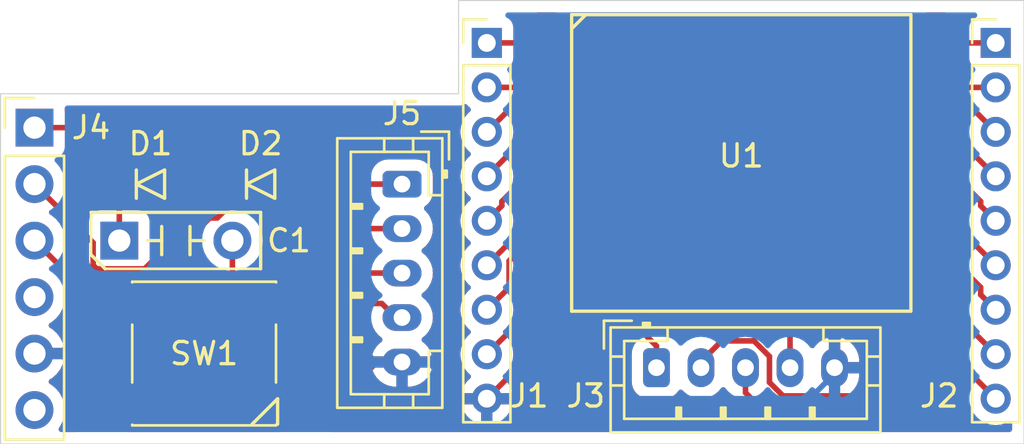
<source format=kicad_pcb>
(kicad_pcb (version 20171130) (host pcbnew "(5.1.2)-1")

  (general
    (thickness 1.6)
    (drawings 6)
    (tracks 150)
    (zones 0)
    (modules 10)
    (nets 25)
  )

  (page A4)
  (layers
    (0 F.Cu signal hide)
    (31 B.Cu signal hide)
    (32 B.Adhes user hide)
    (33 F.Adhes user hide)
    (34 B.Paste user hide)
    (35 F.Paste user hide)
    (36 B.SilkS user hide)
    (37 F.SilkS user)
    (38 B.Mask user hide)
    (39 F.Mask user)
    (40 Dwgs.User user hide)
    (41 Cmts.User user hide)
    (42 Eco1.User user hide)
    (43 Eco2.User user hide)
    (44 Edge.Cuts user)
    (45 Margin user hide)
    (46 B.CrtYd user hide)
    (47 F.CrtYd user hide)
    (48 B.Fab user hide)
    (49 F.Fab user hide)
  )

  (setup
    (last_trace_width 0.25)
    (trace_clearance 0.2)
    (zone_clearance 0.508)
    (zone_45_only no)
    (trace_min 0.2)
    (via_size 0.8)
    (via_drill 0.4)
    (via_min_size 0.4)
    (via_min_drill 0.3)
    (uvia_size 0.3)
    (uvia_drill 0.1)
    (uvias_allowed no)
    (uvia_min_size 0.2)
    (uvia_min_drill 0.1)
    (edge_width 0.05)
    (segment_width 0.2)
    (pcb_text_width 0.3)
    (pcb_text_size 1.5 1.5)
    (mod_edge_width 0.12)
    (mod_text_size 1 1)
    (mod_text_width 0.15)
    (pad_size 1.524 1.524)
    (pad_drill 0.762)
    (pad_to_mask_clearance 0.051)
    (solder_mask_min_width 0.25)
    (aux_axis_origin 0 0)
    (visible_elements FFFFFF7F)
    (pcbplotparams
      (layerselection 0x010e8_ffffffff)
      (usegerberextensions false)
      (usegerberattributes false)
      (usegerberadvancedattributes false)
      (creategerberjobfile false)
      (excludeedgelayer true)
      (linewidth 0.150000)
      (plotframeref false)
      (viasonmask false)
      (mode 1)
      (useauxorigin false)
      (hpglpennumber 1)
      (hpglpenspeed 20)
      (hpglpendiameter 15.000000)
      (psnegative false)
      (psa4output false)
      (plotreference true)
      (plotvalue true)
      (plotinvisibletext false)
      (padsonsilk false)
      (subtractmaskfromsilk false)
      (outputformat 1)
      (mirror false)
      (drillshape 0)
      (scaleselection 1)
      (outputdirectory "./"))
  )

  (net 0 "")
  (net 1 _N_24)
  (net 2 _N_19)
  (net 3 _N_20)
  (net 4 _N_21)
  (net 5 _N_10)
  (net 6 _N_11)
  (net 7 _N_12)
  (net 8 _N_13)
  (net 9 _N_14)
  (net 10 _N_15)
  (net 11 _N_16)
  (net 12 _N_17)
  (net 13 _N_18)
  (net 14 _N_9)
  (net 15 _N_2)
  (net 16 _N_3)
  (net 17 _N_4)
  (net 18 _N_5)
  (net 19 _N_6)
  (net 20 _N_7)
  (net 21 _N_8)
  (net 22 _N_22)
  (net 23 _N_23)
  (net 24 GND)

  (net_class Default "This is the default net class."
    (clearance 0.2)
    (trace_width 0.25)
    (via_dia 0.8)
    (via_drill 0.4)
    (uvia_dia 0.3)
    (uvia_drill 0.1)
    (add_net GND)
    (add_net _N_10)
    (add_net _N_11)
    (add_net _N_12)
    (add_net _N_13)
    (add_net _N_14)
    (add_net _N_15)
    (add_net _N_16)
    (add_net _N_17)
    (add_net _N_18)
    (add_net _N_19)
    (add_net _N_2)
    (add_net _N_20)
    (add_net _N_21)
    (add_net _N_22)
    (add_net _N_23)
    (add_net _N_24)
    (add_net _N_3)
    (add_net _N_4)
    (add_net _N_5)
    (add_net _N_6)
    (add_net _N_7)
    (add_net _N_8)
    (add_net _N_9)
  )

  (module FP_JST_PH5_2.0mm (layer F.Cu) (tedit 6169763C) (tstamp 61AB22FE)
    (at 48.26 58.42 270)
    (descr "JST PH series connector, B5B-PH-K (http://www.jst-mfg.com/product/pdf/eng/ePH.pdf), generated with kicad-footprint-generator")
    (tags "connector JST PH side entry")
    (path 50000005)
    (fp_text reference J5 (at -3.175 0 180) (layer F.SilkS)
      (effects (font (size 1 1) (thickness 0.15)))
    )
    (fp_text value JST_PH5_2.0mm (at 4 4 90) (layer F.Fab)
      (effects (font (size 1 1) (thickness 0.15)))
    )
    (fp_line (start -2.06 -1.81) (end -2.06 2.91) (layer F.SilkS) (width 0.12))
    (fp_line (start -2.06 2.91) (end 10.06 2.91) (layer F.SilkS) (width 0.12))
    (fp_line (start 10.06 2.91) (end 10.06 -1.81) (layer F.SilkS) (width 0.12))
    (fp_line (start 10.06 -1.81) (end -2.06 -1.81) (layer F.SilkS) (width 0.12))
    (fp_line (start -0.3 -1.81) (end -0.3 -2.01) (layer F.SilkS) (width 0.12))
    (fp_line (start -0.3 -2.01) (end -0.6 -2.01) (layer F.SilkS) (width 0.12))
    (fp_line (start -0.6 -2.01) (end -0.6 -1.81) (layer F.SilkS) (width 0.12))
    (fp_line (start -0.3 -1.91) (end -0.6 -1.91) (layer F.SilkS) (width 0.12))
    (fp_line (start 0.5 -1.81) (end 0.5 -1.2) (layer F.SilkS) (width 0.12))
    (fp_line (start 0.5 -1.2) (end -1.45 -1.2) (layer F.SilkS) (width 0.12))
    (fp_line (start -1.45 -1.2) (end -1.45 2.3) (layer F.SilkS) (width 0.12))
    (fp_line (start -1.45 2.3) (end 9.45 2.3) (layer F.SilkS) (width 0.12))
    (fp_line (start 9.45 2.3) (end 9.45 -1.2) (layer F.SilkS) (width 0.12))
    (fp_line (start 9.45 -1.2) (end 7.5 -1.2) (layer F.SilkS) (width 0.12))
    (fp_line (start 7.5 -1.2) (end 7.5 -1.81) (layer F.SilkS) (width 0.12))
    (fp_line (start -2.06 -0.5) (end -1.45 -0.5) (layer F.SilkS) (width 0.12))
    (fp_line (start -2.06 0.8) (end -1.45 0.8) (layer F.SilkS) (width 0.12))
    (fp_line (start 10.06 -0.5) (end 9.45 -0.5) (layer F.SilkS) (width 0.12))
    (fp_line (start 10.06 0.8) (end 9.45 0.8) (layer F.SilkS) (width 0.12))
    (fp_line (start 0.9 2.3) (end 0.9 1.8) (layer F.SilkS) (width 0.12))
    (fp_line (start 0.9 1.8) (end 1.1 1.8) (layer F.SilkS) (width 0.12))
    (fp_line (start 1.1 1.8) (end 1.1 2.3) (layer F.SilkS) (width 0.12))
    (fp_line (start 1 2.3) (end 1 1.8) (layer F.SilkS) (width 0.12))
    (fp_line (start 2.9 2.3) (end 2.9 1.8) (layer F.SilkS) (width 0.12))
    (fp_line (start 2.9 1.8) (end 3.1 1.8) (layer F.SilkS) (width 0.12))
    (fp_line (start 3.1 1.8) (end 3.1 2.3) (layer F.SilkS) (width 0.12))
    (fp_line (start 3 2.3) (end 3 1.8) (layer F.SilkS) (width 0.12))
    (fp_line (start 4.9 2.3) (end 4.9 1.8) (layer F.SilkS) (width 0.12))
    (fp_line (start 4.9 1.8) (end 5.1 1.8) (layer F.SilkS) (width 0.12))
    (fp_line (start 5.1 1.8) (end 5.1 2.3) (layer F.SilkS) (width 0.12))
    (fp_line (start 5 2.3) (end 5 1.8) (layer F.SilkS) (width 0.12))
    (fp_line (start 6.9 2.3) (end 6.9 1.8) (layer F.SilkS) (width 0.12))
    (fp_line (start 6.9 1.8) (end 7.1 1.8) (layer F.SilkS) (width 0.12))
    (fp_line (start 7.1 1.8) (end 7.1 2.3) (layer F.SilkS) (width 0.12))
    (fp_line (start 7 2.3) (end 7 1.8) (layer F.SilkS) (width 0.12))
    (fp_line (start -1.11 -2.11) (end -2.36 -2.11) (layer F.SilkS) (width 0.12))
    (fp_line (start -2.36 -2.11) (end -2.36 -0.86) (layer F.SilkS) (width 0.12))
    (fp_line (start -1.11 -2.11) (end -2.36 -2.11) (layer F.Fab) (width 0.1))
    (fp_line (start -2.36 -2.11) (end -2.36 -0.86) (layer F.Fab) (width 0.1))
    (fp_line (start -1.95 -1.7) (end -1.95 2.8) (layer F.Fab) (width 0.1))
    (fp_line (start -1.95 2.8) (end 9.95 2.8) (layer F.Fab) (width 0.1))
    (fp_line (start 9.95 2.8) (end 9.95 -1.7) (layer F.Fab) (width 0.1))
    (fp_line (start 9.95 -1.7) (end -1.95 -1.7) (layer F.Fab) (width 0.1))
    (fp_line (start -2.45 -2.2) (end -2.45 3.3) (layer F.CrtYd) (width 0.05))
    (fp_line (start -2.45 3.3) (end 10.45 3.3) (layer F.CrtYd) (width 0.05))
    (fp_line (start 10.45 3.3) (end 10.45 -2.2) (layer F.CrtYd) (width 0.05))
    (fp_line (start 10.45 -2.2) (end -2.45 -2.2) (layer F.CrtYd) (width 0.05))
    (fp_text user %R (at 4 1.5 90) (layer F.Fab)
      (effects (font (size 1 1) (thickness 0.15)))
    )
    (pad 1 thru_hole roundrect (at 0 0 270) (size 1.2 1.75) (drill 0.75) (layers *.Cu *.Mask) (roundrect_rratio 0.208333)
      (net 2 _N_19))
    (pad 2 thru_hole oval (at 2 0 270) (size 1.2 1.75) (drill 0.75) (layers *.Cu *.Mask)
      (net 22 _N_22))
    (pad 3 thru_hole oval (at 4 0 270) (size 1.2 1.75) (drill 0.75) (layers *.Cu *.Mask)
      (net 3 _N_20))
    (pad 4 thru_hole oval (at 6 0 270) (size 1.2 1.75) (drill 0.75) (layers *.Cu *.Mask)
      (net 23 _N_23))
    (pad 5 thru_hole oval (at 8 0 270) (size 1.2 1.75) (drill 0.75) (layers *.Cu *.Mask)
      (net 24 GND))
    (model ${KISYS3DMOD}/Connector_JST.3dshapes/JST_PH_B5B-PH-K_1x05_P2.00mm_Vertical.wrl
      (at (xyz 0 0 0))
      (scale (xyz 1 1 1))
      (rotate (xyz 0 0 0))
    )
  )

  (module FP_DS_SM3216 (layer F.Cu) (tedit 616973FB) (tstamp 61AB2228)
    (at 36.96 58.42)
    (descr "Diode SMD 1206 (3216 Metric), square (rectangular) end terminal, IPC_7351 nominal, (Body size source: http://www.tortai-tech.com/upload/download/2011102023233369053.pdf), generated with kicad-footprint-generator")
    (tags diode)
    (path 50000006)
    (attr smd)
    (fp_text reference D1 (at 0 -1.82) (layer F.SilkS)
      (effects (font (size 1 1) (thickness 0.15)))
    )
    (fp_text value 1N4148 (at 0 1.82) (layer F.Fab)
      (effects (font (size 1 1) (thickness 0.15)))
    )
    (fp_line (start 1.6 -0.8) (end -1.2 -0.8) (layer F.Fab) (width 0.1))
    (fp_line (start -1.2 -0.8) (end -1.6 -0.4) (layer F.Fab) (width 0.1))
    (fp_line (start -1.6 -0.4) (end -1.6 0.8) (layer F.Fab) (width 0.1))
    (fp_line (start -1.6 0.8) (end 1.6 0.8) (layer F.Fab) (width 0.1))
    (fp_line (start 1.6 0.8) (end 1.6 -0.8) (layer F.Fab) (width 0.1))
    (fp_text user %R (at 0 0) (layer F.Fab)
      (effects (font (size 0.8 0.8) (thickness 0.12)))
    )
    (fp_line (start -0.635 -0.635) (end -0.635 0.635) (layer F.SilkS) (width 0.15))
    (fp_line (start -0.635 0) (end 0.635 -0.635) (layer F.SilkS) (width 0.15))
    (fp_line (start 0.635 -0.635) (end 0.635 0.635) (layer F.SilkS) (width 0.15))
    (fp_line (start 0.635 0.635) (end -0.635 0) (layer F.SilkS) (width 0.15))
    (pad 1 smd roundrect (at -1.4 0) (size 1.25 1.75) (layers F.Cu F.Paste F.Mask) (roundrect_rratio 0.2)
      (net 1 _N_24))
    (pad 2 smd roundrect (at 1.4 0) (size 1.25 1.75) (layers F.Cu F.Paste F.Mask) (roundrect_rratio 0.2)
      (net 2 _N_19))
    (model ${KISYS3DMOD}/Diode_SMD.3dshapes/D_1206_3216Metric.wrl
      (at (xyz 0 0 0))
      (scale (xyz 1 1 1))
      (rotate (xyz 0 0 0))
    )
  )

  (module FP_DS_SM3216 (layer F.Cu) (tedit 616973FB) (tstamp 61AB2238)
    (at 41.91 58.42)
    (descr "Diode SMD 1206 (3216 Metric), square (rectangular) end terminal, IPC_7351 nominal, (Body size source: http://www.tortai-tech.com/upload/download/2011102023233369053.pdf), generated with kicad-footprint-generator")
    (tags diode)
    (path 50000007)
    (attr smd)
    (fp_text reference D2 (at 0 -1.82) (layer F.SilkS)
      (effects (font (size 1 1) (thickness 0.15)))
    )
    (fp_text value 1N4148 (at 0 1.82) (layer F.Fab)
      (effects (font (size 1 1) (thickness 0.15)))
    )
    (fp_line (start 0.635 0.635) (end -0.635 0) (layer F.SilkS) (width 0.15))
    (fp_line (start 0.635 -0.635) (end 0.635 0.635) (layer F.SilkS) (width 0.15))
    (fp_line (start -0.635 0) (end 0.635 -0.635) (layer F.SilkS) (width 0.15))
    (fp_line (start -0.635 -0.635) (end -0.635 0.635) (layer F.SilkS) (width 0.15))
    (fp_text user %R (at 0 0) (layer F.Fab)
      (effects (font (size 0.8 0.8) (thickness 0.12)))
    )
    (fp_line (start 1.6 0.8) (end 1.6 -0.8) (layer F.Fab) (width 0.1))
    (fp_line (start -1.6 0.8) (end 1.6 0.8) (layer F.Fab) (width 0.1))
    (fp_line (start -1.6 -0.4) (end -1.6 0.8) (layer F.Fab) (width 0.1))
    (fp_line (start -1.2 -0.8) (end -1.6 -0.4) (layer F.Fab) (width 0.1))
    (fp_line (start 1.6 -0.8) (end -1.2 -0.8) (layer F.Fab) (width 0.1))
    (pad 2 smd roundrect (at 1.4 0) (size 1.25 1.75) (layers F.Cu F.Paste F.Mask) (roundrect_rratio 0.2)
      (net 3 _N_20))
    (pad 1 smd roundrect (at -1.4 0) (size 1.25 1.75) (layers F.Cu F.Paste F.Mask) (roundrect_rratio 0.2)
      (net 4 _N_21))
    (model ${KISYS3DMOD}/Diode_SMD.3dshapes/D_1206_3216Metric.wrl
      (at (xyz 0 0 0))
      (scale (xyz 1 1 1))
      (rotate (xyz 0 0 0))
    )
  )

  (module FP_Header9_2.0mm (layer F.Cu) (tedit 59FED667) (tstamp 61AB2255)
    (at 52.07 52.07)
    (descr "Through hole straight pin header, 1x09, 2.00mm pitch, single row")
    (tags "Through hole pin header THT 1x09 2.00mm single row")
    (path 50000002)
    (fp_text reference J1 (at 1.905 15.875) (layer F.SilkS)
      (effects (font (size 1 1) (thickness 0.15)))
    )
    (fp_text value Header9_2.0mm (at 0 18.06) (layer F.Fab)
      (effects (font (size 1 1) (thickness 0.15)))
    )
    (fp_line (start -0.5 -1) (end 1 -1) (layer F.Fab) (width 0.1))
    (fp_line (start 1 -1) (end 1 17) (layer F.Fab) (width 0.1))
    (fp_line (start 1 17) (end -1 17) (layer F.Fab) (width 0.1))
    (fp_line (start -1 17) (end -1 -0.5) (layer F.Fab) (width 0.1))
    (fp_line (start -1 -0.5) (end -0.5 -1) (layer F.Fab) (width 0.1))
    (fp_line (start -1.06 17.06) (end 1.06 17.06) (layer F.SilkS) (width 0.12))
    (fp_line (start -1.06 1) (end -1.06 17.06) (layer F.SilkS) (width 0.12))
    (fp_line (start 1.06 1) (end 1.06 17.06) (layer F.SilkS) (width 0.12))
    (fp_line (start -1.06 1) (end 1.06 1) (layer F.SilkS) (width 0.12))
    (fp_line (start -1.06 0) (end -1.06 -1.06) (layer F.SilkS) (width 0.12))
    (fp_line (start -1.06 -1.06) (end 0 -1.06) (layer F.SilkS) (width 0.12))
    (fp_line (start -1.5 -1.5) (end -1.5 17.5) (layer F.CrtYd) (width 0.05))
    (fp_line (start -1.5 17.5) (end 1.5 17.5) (layer F.CrtYd) (width 0.05))
    (fp_line (start 1.5 17.5) (end 1.5 -1.5) (layer F.CrtYd) (width 0.05))
    (fp_line (start 1.5 -1.5) (end -1.5 -1.5) (layer F.CrtYd) (width 0.05))
    (fp_text user %R (at 0 8 90) (layer F.Fab)
      (effects (font (size 1 1) (thickness 0.15)))
    )
    (pad 1 thru_hole rect (at 0 0) (size 1.35 1.35) (drill 0.8) (layers *.Cu *.Mask)
      (net 6 _N_11))
    (pad 2 thru_hole oval (at 0 2) (size 1.35 1.35) (drill 0.8) (layers *.Cu *.Mask)
      (net 7 _N_12))
    (pad 3 thru_hole oval (at 0 4) (size 1.35 1.35) (drill 0.8) (layers *.Cu *.Mask)
      (net 8 _N_13))
    (pad 4 thru_hole oval (at 0 6) (size 1.35 1.35) (drill 0.8) (layers *.Cu *.Mask)
      (net 9 _N_14))
    (pad 5 thru_hole oval (at 0 8) (size 1.35 1.35) (drill 0.8) (layers *.Cu *.Mask)
      (net 10 _N_15))
    (pad 6 thru_hole oval (at 0 10) (size 1.35 1.35) (drill 0.8) (layers *.Cu *.Mask)
      (net 11 _N_16))
    (pad 7 thru_hole oval (at 0 12) (size 1.35 1.35) (drill 0.8) (layers *.Cu *.Mask)
      (net 12 _N_17))
    (pad 8 thru_hole oval (at 0 14) (size 1.35 1.35) (drill 0.8) (layers *.Cu *.Mask)
      (net 13 _N_18))
    (pad 9 thru_hole oval (at 0 16) (size 1.35 1.35) (drill 0.8) (layers *.Cu *.Mask)
      (net 24 GND))
    (model ${KISYS3DMOD}/Connector_PinHeader_2.00mm.3dshapes/PinHeader_1x09_P2.00mm_Vertical.wrl
      (at (xyz 0 0 0))
      (scale (xyz 1 1 1))
      (rotate (xyz 0 0 0))
    )
  )

  (module FP_Header9_2.0mm (layer F.Cu) (tedit 59FED667) (tstamp 61AB2272)
    (at 74.93 52.07)
    (descr "Through hole straight pin header, 1x09, 2.00mm pitch, single row")
    (tags "Through hole pin header THT 1x09 2.00mm single row")
    (path 50000003)
    (fp_text reference J2 (at -2.54 15.875) (layer F.SilkS)
      (effects (font (size 1 1) (thickness 0.15)))
    )
    (fp_text value Header9_2.0mm (at 0 18.06) (layer F.Fab)
      (effects (font (size 1 1) (thickness 0.15)))
    )
    (fp_text user %R (at 0 8 90) (layer F.Fab)
      (effects (font (size 1 1) (thickness 0.15)))
    )
    (fp_line (start 1.5 -1.5) (end -1.5 -1.5) (layer F.CrtYd) (width 0.05))
    (fp_line (start 1.5 17.5) (end 1.5 -1.5) (layer F.CrtYd) (width 0.05))
    (fp_line (start -1.5 17.5) (end 1.5 17.5) (layer F.CrtYd) (width 0.05))
    (fp_line (start -1.5 -1.5) (end -1.5 17.5) (layer F.CrtYd) (width 0.05))
    (fp_line (start -1.06 -1.06) (end 0 -1.06) (layer F.SilkS) (width 0.12))
    (fp_line (start -1.06 0) (end -1.06 -1.06) (layer F.SilkS) (width 0.12))
    (fp_line (start -1.06 1) (end 1.06 1) (layer F.SilkS) (width 0.12))
    (fp_line (start 1.06 1) (end 1.06 17.06) (layer F.SilkS) (width 0.12))
    (fp_line (start -1.06 1) (end -1.06 17.06) (layer F.SilkS) (width 0.12))
    (fp_line (start -1.06 17.06) (end 1.06 17.06) (layer F.SilkS) (width 0.12))
    (fp_line (start -1 -0.5) (end -0.5 -1) (layer F.Fab) (width 0.1))
    (fp_line (start -1 17) (end -1 -0.5) (layer F.Fab) (width 0.1))
    (fp_line (start 1 17) (end -1 17) (layer F.Fab) (width 0.1))
    (fp_line (start 1 -1) (end 1 17) (layer F.Fab) (width 0.1))
    (fp_line (start -0.5 -1) (end 1 -1) (layer F.Fab) (width 0.1))
    (pad 9 thru_hole oval (at 0 16) (size 1.35 1.35) (drill 0.8) (layers *.Cu *.Mask)
      (net 5 _N_10))
    (pad 8 thru_hole oval (at 0 14) (size 1.35 1.35) (drill 0.8) (layers *.Cu *.Mask)
      (net 15 _N_2))
    (pad 7 thru_hole oval (at 0 12) (size 1.35 1.35) (drill 0.8) (layers *.Cu *.Mask)
      (net 16 _N_3))
    (pad 6 thru_hole oval (at 0 10) (size 1.35 1.35) (drill 0.8) (layers *.Cu *.Mask)
      (net 17 _N_4))
    (pad 5 thru_hole oval (at 0 8) (size 1.35 1.35) (drill 0.8) (layers *.Cu *.Mask)
      (net 18 _N_5))
    (pad 4 thru_hole oval (at 0 6) (size 1.35 1.35) (drill 0.8) (layers *.Cu *.Mask)
      (net 19 _N_6))
    (pad 3 thru_hole oval (at 0 4) (size 1.35 1.35) (drill 0.8) (layers *.Cu *.Mask)
      (net 20 _N_7))
    (pad 2 thru_hole oval (at 0 2) (size 1.35 1.35) (drill 0.8) (layers *.Cu *.Mask)
      (net 21 _N_8))
    (pad 1 thru_hole rect (at 0 0) (size 1.35 1.35) (drill 0.8) (layers *.Cu *.Mask)
      (net 14 _N_9))
    (model ${KISYS3DMOD}/Connector_PinHeader_2.00mm.3dshapes/PinHeader_1x09_P2.00mm_Vertical.wrl
      (at (xyz 0 0 0))
      (scale (xyz 1 1 1))
      (rotate (xyz 0 0 0))
    )
  )

  (module FP_JST_PH5_2.0mm (layer F.Cu) (tedit 6169763C) (tstamp 61AB22AB)
    (at 59.69 66.675)
    (descr "JST PH series connector, B5B-PH-K (http://www.jst-mfg.com/product/pdf/eng/ePH.pdf), generated with kicad-footprint-generator")
    (tags "connector JST PH side entry")
    (path 50000009)
    (fp_text reference J3 (at -3.175 1.27) (layer F.SilkS)
      (effects (font (size 1 1) (thickness 0.15)))
    )
    (fp_text value JST_PH5_2.0mm (at 4 4) (layer F.Fab)
      (effects (font (size 1 1) (thickness 0.15)))
    )
    (fp_text user %R (at 4 1.5) (layer F.Fab)
      (effects (font (size 1 1) (thickness 0.15)))
    )
    (fp_line (start 10.45 -2.2) (end -2.45 -2.2) (layer F.CrtYd) (width 0.05))
    (fp_line (start 10.45 3.3) (end 10.45 -2.2) (layer F.CrtYd) (width 0.05))
    (fp_line (start -2.45 3.3) (end 10.45 3.3) (layer F.CrtYd) (width 0.05))
    (fp_line (start -2.45 -2.2) (end -2.45 3.3) (layer F.CrtYd) (width 0.05))
    (fp_line (start 9.95 -1.7) (end -1.95 -1.7) (layer F.Fab) (width 0.1))
    (fp_line (start 9.95 2.8) (end 9.95 -1.7) (layer F.Fab) (width 0.1))
    (fp_line (start -1.95 2.8) (end 9.95 2.8) (layer F.Fab) (width 0.1))
    (fp_line (start -1.95 -1.7) (end -1.95 2.8) (layer F.Fab) (width 0.1))
    (fp_line (start -2.36 -2.11) (end -2.36 -0.86) (layer F.Fab) (width 0.1))
    (fp_line (start -1.11 -2.11) (end -2.36 -2.11) (layer F.Fab) (width 0.1))
    (fp_line (start -2.36 -2.11) (end -2.36 -0.86) (layer F.SilkS) (width 0.12))
    (fp_line (start -1.11 -2.11) (end -2.36 -2.11) (layer F.SilkS) (width 0.12))
    (fp_line (start 7 2.3) (end 7 1.8) (layer F.SilkS) (width 0.12))
    (fp_line (start 7.1 1.8) (end 7.1 2.3) (layer F.SilkS) (width 0.12))
    (fp_line (start 6.9 1.8) (end 7.1 1.8) (layer F.SilkS) (width 0.12))
    (fp_line (start 6.9 2.3) (end 6.9 1.8) (layer F.SilkS) (width 0.12))
    (fp_line (start 5 2.3) (end 5 1.8) (layer F.SilkS) (width 0.12))
    (fp_line (start 5.1 1.8) (end 5.1 2.3) (layer F.SilkS) (width 0.12))
    (fp_line (start 4.9 1.8) (end 5.1 1.8) (layer F.SilkS) (width 0.12))
    (fp_line (start 4.9 2.3) (end 4.9 1.8) (layer F.SilkS) (width 0.12))
    (fp_line (start 3 2.3) (end 3 1.8) (layer F.SilkS) (width 0.12))
    (fp_line (start 3.1 1.8) (end 3.1 2.3) (layer F.SilkS) (width 0.12))
    (fp_line (start 2.9 1.8) (end 3.1 1.8) (layer F.SilkS) (width 0.12))
    (fp_line (start 2.9 2.3) (end 2.9 1.8) (layer F.SilkS) (width 0.12))
    (fp_line (start 1 2.3) (end 1 1.8) (layer F.SilkS) (width 0.12))
    (fp_line (start 1.1 1.8) (end 1.1 2.3) (layer F.SilkS) (width 0.12))
    (fp_line (start 0.9 1.8) (end 1.1 1.8) (layer F.SilkS) (width 0.12))
    (fp_line (start 0.9 2.3) (end 0.9 1.8) (layer F.SilkS) (width 0.12))
    (fp_line (start 10.06 0.8) (end 9.45 0.8) (layer F.SilkS) (width 0.12))
    (fp_line (start 10.06 -0.5) (end 9.45 -0.5) (layer F.SilkS) (width 0.12))
    (fp_line (start -2.06 0.8) (end -1.45 0.8) (layer F.SilkS) (width 0.12))
    (fp_line (start -2.06 -0.5) (end -1.45 -0.5) (layer F.SilkS) (width 0.12))
    (fp_line (start 7.5 -1.2) (end 7.5 -1.81) (layer F.SilkS) (width 0.12))
    (fp_line (start 9.45 -1.2) (end 7.5 -1.2) (layer F.SilkS) (width 0.12))
    (fp_line (start 9.45 2.3) (end 9.45 -1.2) (layer F.SilkS) (width 0.12))
    (fp_line (start -1.45 2.3) (end 9.45 2.3) (layer F.SilkS) (width 0.12))
    (fp_line (start -1.45 -1.2) (end -1.45 2.3) (layer F.SilkS) (width 0.12))
    (fp_line (start 0.5 -1.2) (end -1.45 -1.2) (layer F.SilkS) (width 0.12))
    (fp_line (start 0.5 -1.81) (end 0.5 -1.2) (layer F.SilkS) (width 0.12))
    (fp_line (start -0.3 -1.91) (end -0.6 -1.91) (layer F.SilkS) (width 0.12))
    (fp_line (start -0.6 -2.01) (end -0.6 -1.81) (layer F.SilkS) (width 0.12))
    (fp_line (start -0.3 -2.01) (end -0.6 -2.01) (layer F.SilkS) (width 0.12))
    (fp_line (start -0.3 -1.81) (end -0.3 -2.01) (layer F.SilkS) (width 0.12))
    (fp_line (start 10.06 -1.81) (end -2.06 -1.81) (layer F.SilkS) (width 0.12))
    (fp_line (start 10.06 2.91) (end 10.06 -1.81) (layer F.SilkS) (width 0.12))
    (fp_line (start -2.06 2.91) (end 10.06 2.91) (layer F.SilkS) (width 0.12))
    (fp_line (start -2.06 -1.81) (end -2.06 2.91) (layer F.SilkS) (width 0.12))
    (pad 5 thru_hole oval (at 8 0) (size 1.2 1.75) (drill 0.75) (layers *.Cu *.Mask)
      (net 24 GND))
    (pad 4 thru_hole oval (at 6 0) (size 1.2 1.75) (drill 0.75) (layers *.Cu *.Mask)
      (net 7 _N_12))
    (pad 3 thru_hole oval (at 4 0) (size 1.2 1.75) (drill 0.75) (layers *.Cu *.Mask)
      (net 15 _N_2))
    (pad 2 thru_hole oval (at 2 0) (size 1.2 1.75) (drill 0.75) (layers *.Cu *.Mask)
      (net 16 _N_3))
    (pad 1 thru_hole roundrect (at 0 0) (size 1.2 1.75) (drill 0.75) (layers *.Cu *.Mask) (roundrect_rratio 0.208333)
      (net 13 _N_18))
    (model ${KISYS3DMOD}/Connector_JST.3dshapes/JST_PH_B5B-PH-K_1x05_P2.00mm_Vertical.wrl
      (at (xyz 0 0 0))
      (scale (xyz 1 1 1))
      (rotate (xyz 0 0 0))
    )
  )

  (module FP_Header6 (layer F.Cu) (tedit 59FED5CC) (tstamp 61AB22C5)
    (at 31.75 55.88)
    (descr "Through hole straight pin header, 1x06, 2.54mm pitch, single row")
    (tags "Through hole pin header THT 1x06 2.54mm single row")
    (path 50000010)
    (fp_text reference J4 (at 2.54 0) (layer F.SilkS)
      (effects (font (size 1 1) (thickness 0.15)))
    )
    (fp_text value Header6 (at 0 15.03) (layer F.Fab)
      (effects (font (size 1 1) (thickness 0.15)))
    )
    (fp_line (start -0.635 -1.27) (end 1.27 -1.27) (layer F.Fab) (width 0.1))
    (fp_line (start 1.27 -1.27) (end 1.27 13.97) (layer F.Fab) (width 0.1))
    (fp_line (start 1.27 13.97) (end -1.27 13.97) (layer F.Fab) (width 0.1))
    (fp_line (start -1.27 13.97) (end -1.27 -0.635) (layer F.Fab) (width 0.1))
    (fp_line (start -1.27 -0.635) (end -0.635 -1.27) (layer F.Fab) (width 0.1))
    (fp_line (start -1.33 14.03) (end 1.33 14.03) (layer F.SilkS) (width 0.12))
    (fp_line (start -1.33 1.27) (end -1.33 14.03) (layer F.SilkS) (width 0.12))
    (fp_line (start 1.33 1.27) (end 1.33 14.03) (layer F.SilkS) (width 0.12))
    (fp_line (start -1.33 1.27) (end 1.33 1.27) (layer F.SilkS) (width 0.12))
    (fp_line (start -1.33 0) (end -1.33 -1.33) (layer F.SilkS) (width 0.12))
    (fp_line (start -1.33 -1.33) (end 0 -1.33) (layer F.SilkS) (width 0.12))
    (fp_line (start -1.8 -1.8) (end -1.8 14.5) (layer F.CrtYd) (width 0.05))
    (fp_line (start -1.8 14.5) (end 1.8 14.5) (layer F.CrtYd) (width 0.05))
    (fp_line (start 1.8 14.5) (end 1.8 -1.8) (layer F.CrtYd) (width 0.05))
    (fp_line (start 1.8 -1.8) (end -1.8 -1.8) (layer F.CrtYd) (width 0.05))
    (fp_text user %R (at 0 6.35 90) (layer F.Fab)
      (effects (font (size 1 1) (thickness 0.15)))
    )
    (pad 1 thru_hole rect (at 0 0) (size 1.7 1.7) (drill 1) (layers *.Cu *.Mask)
      (net 1 _N_24))
    (pad 2 thru_hole oval (at 0 2.54) (size 1.7 1.7) (drill 1) (layers *.Cu *.Mask)
      (net 22 _N_22))
    (pad 3 thru_hole oval (at 0 5.08) (size 1.7 1.7) (drill 1) (layers *.Cu *.Mask)
      (net 4 _N_21))
    (pad 4 thru_hole oval (at 0 7.62) (size 1.7 1.7) (drill 1) (layers *.Cu *.Mask))
    (pad 5 thru_hole oval (at 0 10.16) (size 1.7 1.7) (drill 1) (layers *.Cu *.Mask)
      (net 24 GND))
    (pad 6 thru_hole oval (at 0 12.7) (size 1.7 1.7) (drill 1) (layers *.Cu *.Mask))
    (model ${KISYS3DMOD}/Connector_PinHeader_2.54mm.3dshapes/PinHeader_1x06_P2.54mm_Vertical.wrl
      (at (xyz 0 0 0))
      (scale (xyz 1 1 1))
      (rotate (xyz 0 0 0))
    )
  )

  (module FP_TactSW_SM6.0mm (layer F.Cu) (tedit 5F48C3F5) (tstamp 61AB231A)
    (at 39.37 66.04 180)
    (descr "tactile push button, 6x6mm e.g. PTS645xx series, height=9.5mm")
    (tags "tact sw push 6mm smd")
    (path 50000004)
    (attr smd)
    (fp_text reference SW1 (at 0 0) (layer F.SilkS)
      (effects (font (size 1 1) (thickness 0.15)))
    )
    (fp_text value "SW Push Button" (at 0 4.15) (layer F.Fab)
      (effects (font (size 1 1) (thickness 0.15)))
    )
    (fp_text user %R (at 0 -4.05) (layer F.Fab)
      (effects (font (size 1 1) (thickness 0.15)))
    )
    (fp_line (start -3 -3) (end -3 3) (layer F.Fab) (width 0.1))
    (fp_line (start -3 3) (end 3 3) (layer F.Fab) (width 0.1))
    (fp_line (start 3 3) (end 3 -3) (layer F.Fab) (width 0.1))
    (fp_line (start 3 -3) (end -3 -3) (layer F.Fab) (width 0.1))
    (fp_line (start 5 3.25) (end 5 -3.25) (layer F.CrtYd) (width 0.05))
    (fp_line (start -5 -3.25) (end -5 3.25) (layer F.CrtYd) (width 0.05))
    (fp_line (start -5 3.25) (end 5 3.25) (layer F.CrtYd) (width 0.05))
    (fp_line (start -5 -3.25) (end 5 -3.25) (layer F.CrtYd) (width 0.05))
    (fp_line (start 3.23 -3.23) (end 3.23 -3.2) (layer F.SilkS) (width 0.12))
    (fp_line (start 3.23 3.23) (end 3.23 3.2) (layer F.SilkS) (width 0.12))
    (fp_line (start -3.23 3.23) (end -3.23 3.2) (layer F.SilkS) (width 0.12))
    (fp_line (start -3.23 -3.2) (end -3.23 -3.23) (layer F.SilkS) (width 0.12))
    (fp_line (start 3.23 -1.3) (end 3.23 1.3) (layer F.SilkS) (width 0.12))
    (fp_line (start -3.23 -3.23) (end 3.23 -3.23) (layer F.SilkS) (width 0.12))
    (fp_line (start -3.23 -1.3) (end -3.23 1.3) (layer F.SilkS) (width 0.12))
    (fp_line (start -3.23 3.23) (end 3.23 3.23) (layer F.SilkS) (width 0.12))
    (fp_circle (center 0 0) (end 1.75 -0.05) (layer F.Fab) (width 0.1))
    (fp_line (start -3.302 -3.175) (end -3.302 -2.032) (layer F.SilkS) (width 0.15))
    (fp_line (start -3.302 -2.032) (end -2.159 -3.175) (layer F.SilkS) (width 0.15))
    (pad 2 smd rect (at -4.572 2.25 180) (size 1.55 1.3) (layers F.Cu F.Paste F.Mask)
      (net 23 _N_23))
    (pad 1 smd rect (at -4.572 -2.25 180) (size 1.55 1.3) (layers F.Cu F.Paste F.Mask)
      (net 24 GND))
    (pad 1 smd rect (at 4.572 -2.25 180) (size 1.55 1.3) (layers F.Cu F.Paste F.Mask)
      (net 24 GND))
    (pad 2 smd rect (at 4.572 2.25 180) (size 1.55 1.3) (layers F.Cu F.Paste F.Mask)
      (net 23 _N_23))
    (model ${KISYS3DMOD}/Button_Switch_SMD.3dshapes/SW_PUSH_6mm_H9.5mm.wrl
      (at (xyz 0 0 0))
      (scale (xyz 1 1 1))
      (rotate (xyz 0 0 0))
    )
  )

  (module FP_TH200mil (layer F.Cu) (tedit 61AB1A54) (tstamp 61AB5FC2)
    (at 35.56 60.96 90)
    (descr "Through hole straight pin header, 1x04, 2.54mm pitch, single row")
    (tags "Through hole pin header THT 1x04 2.54mm single row")
    (path 50000008)
    (fp_text reference C1 (at 0 7.62 180) (layer F.SilkS)
      (effects (font (size 1 1) (thickness 0.15)))
    )
    (fp_text value 105 (at 0 7.62 90) (layer F.Fab)
      (effects (font (size 1 1) (thickness 0.15)))
    )
    (fp_line (start -0.635 -1.27) (end 1.27 -1.27) (layer F.Fab) (width 0.1))
    (fp_line (start 1.27 -1.27) (end 1.27 6.35) (layer F.Fab) (width 0.1))
    (fp_line (start 1.27 6.35) (end -1.27 6.35) (layer F.Fab) (width 0.1))
    (fp_line (start -1.27 6.35) (end -1.27 -0.635) (layer F.Fab) (width 0.1))
    (fp_line (start -1.27 -0.635) (end -0.635 -1.27) (layer F.Fab) (width 0.1))
    (fp_line (start -1.27 6.35) (end -1.27 -0.635) (layer F.SilkS) (width 0.12))
    (fp_line (start -0.635 -1.27) (end 1.27 -1.27) (layer F.SilkS) (width 0.12))
    (fp_line (start -1.8 -1.8) (end -1.8 9.4) (layer F.CrtYd) (width 0.05))
    (fp_line (start -1.8 9.4) (end 1.8 9.4) (layer F.CrtYd) (width 0.05))
    (fp_line (start 1.8 9.4) (end 1.8 -1.8) (layer F.CrtYd) (width 0.05))
    (fp_line (start 1.8 -1.8) (end -1.8 -1.8) (layer F.CrtYd) (width 0.05))
    (fp_text user %R (at -2.54 3.175) (layer F.Fab)
      (effects (font (size 1 1) (thickness 0.15)))
    )
    (fp_line (start -1.27 6.35) (end 1.27 6.35) (layer F.SilkS) (width 0.15))
    (fp_line (start 1.27 6.35) (end 1.27 -1.27) (layer F.SilkS) (width 0.15))
    (fp_line (start -1.27 -0.635) (end -0.635 -1.27) (layer F.SilkS) (width 0.15))
    (fp_line (start -0.635 1.905) (end 0.635 1.905) (layer F.SilkS) (width 0.15))
    (fp_line (start -0.635 3.175) (end 0.635 3.175) (layer F.SilkS) (width 0.15))
    (fp_line (start 0 1.905) (end 0 1.27) (layer F.SilkS) (width 0.15))
    (fp_line (start 0 3.175) (end 0 3.81) (layer F.SilkS) (width 0.15))
    (pad 1 thru_hole rect (at 0 0 90) (size 1.7 1.7) (drill 1) (layers *.Cu *.Mask)
      (net 1 _N_24))
    (pad 2 thru_hole oval (at 0 5.08 90) (size 1.7 1.7) (drill 1) (layers *.Cu *.Mask)
      (net 23 _N_23))
    (model ${KISYS3DMOD}/Connector_PinHeader_2.54mm.3dshapes/PinHeader_1x04_P2.54mm_Vertical.wrl
      (at (xyz 0 0 0))
      (scale (xyz 1 1 1))
      (rotate (xyz 0 0 0))
    )
  )

  (module FP_ESP-C3-13 (layer F.Cu) (tedit 61AB1B8C) (tstamp 61AB5FDA)
    (at 63.5 57.15)
    (descr http://espressif.com/sites/default/files/documentation/0c-esp-wroom-02_datasheet_en.pdf)
    (tags "ESP WROOM-02 espressif esp8266ex")
    (path 50000001)
    (attr smd)
    (fp_text reference U1 (at 0 0 180) (layer F.SilkS)
      (effects (font (size 1 1) (thickness 0.15)))
    )
    (fp_text value ESP-C3-13 (at 0 8.33) (layer F.Fab)
      (effects (font (size 1 1) (thickness 0.15)))
    )
    (fp_line (start -9 -13.1) (end 9 -13.1) (layer Dwgs.User) (width 0.1))
    (fp_line (start 9 -13.1) (end 9 -6.78) (layer Dwgs.User) (width 0.1))
    (fp_line (start -9 -6.8) (end -9 -13.1) (layer Dwgs.User) (width 0.1))
    (fp_line (start -8.5 -7) (end -9 -6.5) (layer F.Fab) (width 0.1))
    (fp_line (start -9 -7.5) (end -8.5 -7) (layer F.Fab) (width 0.1))
    (fp_line (start -9 -6.5) (end -9 6.9) (layer F.Fab) (width 0.1))
    (fp_line (start 9.41 -6.55) (end 9.41 7.15) (layer F.CrtYd) (width 0.05))
    (fp_line (start -9.41 7.15) (end 9.41 7.15) (layer F.CrtYd) (width 0.05))
    (fp_line (start -9.41 7.15) (end -9.41 -6.55) (layer F.CrtYd) (width 0.05))
    (fp_line (start -9 -13.1) (end 9 -13.1) (layer F.Fab) (width 0.1))
    (fp_line (start -9 -13.1) (end -9 -7.5) (layer F.Fab) (width 0.1))
    (fp_line (start -9 6.9) (end 9 6.9) (layer F.Fab) (width 0.1))
    (fp_line (start 9 6.9) (end 9 -13.1) (layer F.Fab) (width 0.1))
    (fp_text user %R (at 0 0) (layer F.Fab)
      (effects (font (size 1 1) (thickness 0.15)))
    )
    (fp_line (start 7.62 6.985) (end -7.62 6.985) (layer F.SilkS) (width 0.15))
    (fp_line (start 7.62 6.985) (end 7.62 -6.35) (layer F.SilkS) (width 0.15))
    (fp_line (start 7.62 -6.35) (end -7.62 -6.35) (layer F.SilkS) (width 0.15))
    (fp_line (start -7.62 -6.35) (end -7.62 6.985) (layer F.SilkS) (width 0.15))
    (fp_line (start -7.62 -5.715) (end -6.985 -6.35) (layer F.SilkS) (width 0.15))
    (pad 18 smd rect (at 8.7375 -6) (size 0.85 0.9125) (layers F.Cu F.Paste F.Mask)
      (net 14 _N_9))
    (pad 17 smd rect (at 8.7375 -4.5) (size 0.85 0.9125) (layers F.Cu F.Paste F.Mask)
      (net 21 _N_8))
    (pad 16 smd rect (at 8.7375 -3) (size 0.85 0.9125) (layers F.Cu F.Paste F.Mask)
      (net 20 _N_7))
    (pad 15 smd rect (at 8.7375 -1.5) (size 0.85 0.9125) (layers F.Cu F.Paste F.Mask)
      (net 19 _N_6))
    (pad 14 smd rect (at 8.7375 0) (size 0.85 0.9125) (layers F.Cu F.Paste F.Mask)
      (net 18 _N_5))
    (pad 13 smd rect (at 8.7375 1.5) (size 0.85 0.9125) (layers F.Cu F.Paste F.Mask)
      (net 17 _N_4))
    (pad 12 smd rect (at 8.7375 3) (size 0.85 0.9125) (layers F.Cu F.Paste F.Mask)
      (net 16 _N_3))
    (pad 11 smd rect (at 8.7375 4.5) (size 0.85 0.9125) (layers F.Cu F.Paste F.Mask)
      (net 15 _N_2))
    (pad 10 smd rect (at 8.7375 6) (size 0.85 0.9125) (layers F.Cu F.Paste F.Mask)
      (net 5 _N_10))
    (pad 9 smd rect (at -8.7375 6) (size 0.85 0.9125) (layers F.Cu F.Paste F.Mask)
      (net 24 GND))
    (pad 8 smd rect (at -8.7375 4.5) (size 0.85 0.9125) (layers F.Cu F.Paste F.Mask)
      (net 13 _N_18))
    (pad 7 smd rect (at -8.7375 3) (size 0.85 0.9125) (layers F.Cu F.Paste F.Mask)
      (net 12 _N_17))
    (pad 6 smd rect (at -8.7375 1.5) (size 0.85 0.9125) (layers F.Cu F.Paste F.Mask)
      (net 11 _N_16))
    (pad 5 smd rect (at -8.7375 0) (size 0.85 0.9125) (layers F.Cu F.Paste F.Mask)
      (net 10 _N_15))
    (pad 4 smd rect (at -8.7375 -1.5) (size 0.85 0.9125) (layers F.Cu F.Paste F.Mask)
      (net 9 _N_14))
    (pad 3 smd rect (at -8.7375 -3) (size 0.85 0.9125) (layers F.Cu F.Paste F.Mask)
      (net 8 _N_13))
    (pad 2 smd rect (at -8.7375 -4.5) (size 0.85 0.9125) (layers F.Cu F.Paste F.Mask)
      (net 7 _N_12))
    (pad 1 smd rect (at -8.7375 -6) (size 0.85 0.9125) (layers F.Cu F.Paste F.Mask)
      (net 6 _N_11))
    (model ${KISYS3DMOD}/RF_Module.3dshapes/ESP-WROOM-02.wrl
      (at (xyz 0 0 0))
      (scale (xyz 1 1 1))
      (rotate (xyz 0 0 0))
    )
  )

  (gr_line (start 30.226 54.356) (end 30.226 70.104) (layer Edge.Cuts) (width 0.05) (tstamp 61ABE271))
  (gr_line (start 50.8 54.356) (end 30.226 54.356) (layer Edge.Cuts) (width 0.05))
  (gr_line (start 50.8 50.165) (end 50.8 54.356) (layer Edge.Cuts) (width 0.05))
  (gr_line (start 76.2 50.165) (end 50.8 50.165) (layer Edge.Cuts) (width 0.05))
  (gr_line (start 76.2 70.104) (end 76.2 50.165) (layer Edge.Cuts) (width 0.05))
  (gr_line (start 30.226 70.104) (end 76.2 70.104) (layer Edge.Cuts) (width 0.05))

  (segment (start 35.56 56.515) (end 35.56 58.42) (width 0.25) (layer F.Cu) (net 1))
  (segment (start 31.75 55.88) (end 34.925 55.88) (width 0.25) (layer F.Cu) (net 1))
  (segment (start 34.925 55.88) (end 35.56 56.515) (width 0.25) (layer F.Cu) (net 1))
  (segment (start 35.56 60.96) (end 35.56 58.42) (width 0.25) (layer F.Cu) (net 1))
  (segment (start 38.36 56.775) (end 38.36 58.42) (width 0.25) (layer F.Cu) (net 2))
  (segment (start 43.8546 56.515) (end 38.62 56.515) (width 0.25) (layer F.Cu) (net 2))
  (segment (start 38.36 56.775) (end 38.62 56.515) (width 0.25) (layer F.Cu) (net 2))
  (segment (start 45.7596 58.42) (end 45.719999 58.380399) (width 0.25) (layer F.Cu) (net 2))
  (segment (start 48.26 58.42) (end 46.355 58.42) (width 0.25) (layer F.Cu) (net 2))
  (segment (start 45.7596 58.42) (end 46.355 58.42) (width 0.25) (layer F.Cu) (net 2))
  (segment (start 45.7596 58.42) (end 48.26 58.42) (width 0.25) (layer F.Cu) (net 2))
  (segment (start 45.1048 57.7652) (end 45.7596 58.42) (width 0.25) (layer F.Cu) (net 2))
  (segment (start 45.1048 57.7652) (end 43.8546 56.515) (width 0.25) (layer F.Cu) (net 2))
  (segment (start 45.719999 58.380399) (end 45.1048 57.7652) (width 0.25) (layer F.Cu) (net 2))
  (segment (start 44.4896 57.15) (end 43.8546 56.515) (width 0.25) (layer F.Cu) (net 2))
  (segment (start 43.31 58.42) (end 43.31 59.865) (width 0.25) (layer F.Cu) (net 3))
  (segment (start 45.865 62.42) (end 48.26 62.42) (width 0.25) (layer F.Cu) (net 3))
  (segment (start 45.6975 62.2525) (end 45.865 62.42) (width 0.25) (layer F.Cu) (net 3))
  (segment (start 43.31 59.865) (end 45.6975 62.2525) (width 0.25) (layer F.Cu) (net 3))
  (segment (start 40.51 59.395) (end 40.51 58.42) (width 0.25) (layer F.Cu) (net 4))
  (segment (start 39.9625 59.9425) (end 40.51 59.395) (width 0.25) (layer F.Cu) (net 4))
  (segment (start 39.6225 59.9425) (end 39.9625 59.9425) (width 0.25) (layer F.Cu) (net 4))
  (segment (start 36.750001 62.814999) (end 39.6225 59.9425) (width 0.25) (layer F.Cu) (net 4))
  (segment (start 33.604999 62.814999) (end 36.750001 62.814999) (width 0.25) (layer F.Cu) (net 4))
  (segment (start 31.75 60.96) (end 33.604999 62.814999) (width 0.25) (layer F.Cu) (net 4))
  (segment (start 54.7625 51.18125) (end 54.7625 51.15) (width 0.25) (layer F.Cu) (net 6))
  (segment (start 53.87375 52.07) (end 54.7625 51.18125) (width 0.25) (layer F.Cu) (net 6))
  (segment (start 52.07 52.07) (end 53.87375 52.07) (width 0.25) (layer F.Cu) (net 6))
  (segment (start 54.7625 52.68125) (end 54.7625 52.65) (width 0.25) (layer F.Cu) (net 7))
  (segment (start 53.37375 54.07) (end 54.7625 52.68125) (width 0.25) (layer F.Cu) (net 7))
  (segment (start 52.07 54.07) (end 53.37375 54.07) (width 0.25) (layer F.Cu) (net 7))
  (segment (start 55.4375 52.65) (end 54.7625 52.65) (width 0.25) (layer F.Cu) (net 7))
  (segment (start 53.99 54.15) (end 54.7625 54.15) (width 0.25) (layer F.Cu) (net 8))
  (segment (start 52.07 56.07) (end 53.99 54.15) (width 0.25) (layer F.Cu) (net 8))
  (segment (start 54.49 55.65) (end 54.7625 55.65) (width 0.25) (layer F.Cu) (net 9))
  (segment (start 52.07 58.07) (end 54.49 55.65) (width 0.25) (layer F.Cu) (net 9))
  (segment (start 54.7625 57.18125) (end 54.7625 57.15) (width 0.25) (layer F.Cu) (net 10))
  (segment (start 52.744999 59.198751) (end 54.7625 57.18125) (width 0.25) (layer F.Cu) (net 10))
  (segment (start 52.744999 59.395001) (end 52.744999 59.198751) (width 0.25) (layer F.Cu) (net 10))
  (segment (start 52.07 60.07) (end 52.744999 59.395001) (width 0.25) (layer F.Cu) (net 10))
  (segment (start 54.7625 58.68125) (end 54.7625 58.65) (width 0.25) (layer F.Cu) (net 11))
  (segment (start 54.012499 59.431251) (end 54.7625 58.68125) (width 0.25) (layer F.Cu) (net 11))
  (segment (start 54.012499 60.127501) (end 54.012499 59.431251) (width 0.25) (layer F.Cu) (net 11))
  (segment (start 52.07 62.07) (end 54.012499 60.127501) (width 0.25) (layer F.Cu) (net 11))
  (segment (start 54.7625 60.18125) (end 54.7625 60.15) (width 0.25) (layer F.Cu) (net 12))
  (segment (start 53.070001 61.873749) (end 54.7625 60.18125) (width 0.25) (layer F.Cu) (net 12))
  (segment (start 53.070001 63.069999) (end 53.070001 61.873749) (width 0.25) (layer F.Cu) (net 12))
  (segment (start 52.07 64.07) (end 53.070001 63.069999) (width 0.25) (layer F.Cu) (net 12))
  (segment (start 54.7625 61.68125) (end 54.7625 61.65) (width 0.25) (layer F.Cu) (net 13))
  (segment (start 54.012499 62.431251) (end 54.7625 61.68125) (width 0.25) (layer F.Cu) (net 13))
  (segment (start 54.012499 64.127501) (end 54.012499 62.431251) (width 0.25) (layer F.Cu) (net 13))
  (segment (start 52.07 66.07) (end 54.012499 64.127501) (width 0.25) (layer F.Cu) (net 13))
  (segment (start 59.69 66.675) (end 59.69 65.7) (width 0.25) (layer F.Cu) (net 13))
  (segment (start 55.64 61.65) (end 54.7625 61.65) (width 0.25) (layer F.Cu) (net 13))
  (segment (start 59.69 65.7) (end 55.64 61.65) (width 0.25) (layer F.Cu) (net 13))
  (segment (start 54.7625 65.3775) (end 54.7625 63.15) (width 0.25) (layer F.Cu) (net 24))
  (segment (start 52.07 68.07) (end 54.7625 65.3775) (width 0.25) (layer F.Cu) (net 24))
  (segment (start 67.69 66.4) (end 67.69 66.675) (width 0.25) (layer F.Cu) (net 24))
  (segment (start 67.69 66.95) (end 67.69 66.675) (width 0.25) (layer B.Cu) (net 24))
  (segment (start 66.57 68.07) (end 67.69 66.95) (width 0.25) (layer B.Cu) (net 24))
  (segment (start 52.07 68.07) (end 66.57 68.07) (width 0.25) (layer B.Cu) (net 24))
  (segment (start 72.2375 65.3775) (end 74.93 68.07) (width 0.25) (layer F.Cu) (net 5))
  (segment (start 72.2375 63.15) (end 72.2375 65.3775) (width 0.25) (layer F.Cu) (net 5))
  (segment (start 65.69 65.12) (end 65.34 64.77) (width 0.25) (layer F.Cu) (net 7))
  (segment (start 65.69 66.675) (end 65.69 65.12) (width 0.25) (layer F.Cu) (net 7))
  (segment (start 65.34 64.77) (end 60.325 64.77) (width 0.25) (layer F.Cu) (net 7))
  (segment (start 56.00375 60.44875) (end 56.00375 53.21625) (width 0.25) (layer F.Cu) (net 7))
  (segment (start 60.325 64.77) (end 56.00375 60.44875) (width 0.25) (layer F.Cu) (net 7))
  (segment (start 56.00375 53.21625) (end 55.4375 52.65) (width 0.25) (layer F.Cu) (net 7))
  (segment (start 72.2375 60.18125) (end 72.2375 60.15) (width 0.25) (layer F.Cu) (net 16))
  (segment (start 72.987501 60.931251) (end 72.2375 60.18125) (width 0.25) (layer F.Cu) (net 16))
  (segment (start 74.255001 63.395001) (end 74.255001 63.062341) (width 0.25) (layer F.Cu) (net 16))
  (segment (start 74.93 64.07) (end 74.255001 63.395001) (width 0.25) (layer F.Cu) (net 16))
  (segment (start 72.2375 58.68125) (end 72.2375 58.65) (width 0.25) (layer F.Cu) (net 17))
  (segment (start 72.987501 59.431251) (end 72.2375 58.68125) (width 0.25) (layer F.Cu) (net 17))
  (segment (start 72.987501 60.127501) (end 72.987501 59.431251) (width 0.25) (layer F.Cu) (net 17))
  (segment (start 74.93 62.07) (end 72.987501 60.127501) (width 0.25) (layer F.Cu) (net 17))
  (segment (start 72.2375 57.18125) (end 72.2375 57.15) (width 0.25) (layer F.Cu) (net 18))
  (segment (start 74.255001 59.198751) (end 72.2375 57.18125) (width 0.25) (layer F.Cu) (net 18))
  (segment (start 74.255001 59.395001) (end 74.255001 59.198751) (width 0.25) (layer F.Cu) (net 18))
  (segment (start 74.93 60.07) (end 74.255001 59.395001) (width 0.25) (layer F.Cu) (net 18))
  (segment (start 72.51 55.65) (end 72.2375 55.65) (width 0.25) (layer F.Cu) (net 19))
  (segment (start 74.93 58.07) (end 72.51 55.65) (width 0.25) (layer F.Cu) (net 19))
  (segment (start 73.01 54.15) (end 72.2375 54.15) (width 0.25) (layer F.Cu) (net 20))
  (segment (start 74.93 56.07) (end 73.01 54.15) (width 0.25) (layer F.Cu) (net 20))
  (segment (start 72.2375 52.68125) (end 72.2375 52.65) (width 0.25) (layer F.Cu) (net 21))
  (segment (start 73.62625 54.07) (end 72.2375 52.68125) (width 0.25) (layer F.Cu) (net 21))
  (segment (start 74.93 54.07) (end 73.62625 54.07) (width 0.25) (layer F.Cu) (net 21))
  (segment (start 72.2375 51.18125) (end 72.2375 51.15) (width 0.25) (layer F.Cu) (net 14))
  (segment (start 73.12625 52.07) (end 72.2375 51.18125) (width 0.25) (layer F.Cu) (net 14))
  (segment (start 74.93 52.07) (end 73.12625 52.07) (width 0.25) (layer F.Cu) (net 14))
  (segment (start 69.399991 68.395009) (end 70.485 67.31) (width 0.25) (layer F.Cu) (net 15))
  (segment (start 64.285009 68.395009) (end 69.399991 68.395009) (width 0.25) (layer F.Cu) (net 15))
  (segment (start 63.69 67.8) (end 64.285009 68.395009) (width 0.25) (layer F.Cu) (net 15))
  (segment (start 63.69 66.675) (end 63.69 67.8) (width 0.25) (layer F.Cu) (net 15))
  (segment (start 71.065 61.65) (end 72.2375 61.65) (width 0.25) (layer F.Cu) (net 15))
  (segment (start 70.485 62.23) (end 71.065 61.65) (width 0.25) (layer F.Cu) (net 15))
  (segment (start 70.485 64.135) (end 70.485 62.23) (width 0.25) (layer F.Cu) (net 15))
  (segment (start 70.485 64.135) (end 70.485 63.43375) (width 0.25) (layer F.Cu) (net 15))
  (segment (start 70.485 67.31) (end 70.485 64.135) (width 0.25) (layer F.Cu) (net 15))
  (segment (start 72.9125 61.65) (end 72.2375 61.65) (width 0.25) (layer F.Cu) (net 15))
  (segment (start 72.987501 61.725001) (end 72.9125 61.65) (width 0.25) (layer F.Cu) (net 15))
  (segment (start 72.987501 64.127501) (end 72.987501 61.725001) (width 0.25) (layer F.Cu) (net 15))
  (segment (start 74.93 66.07) (end 72.987501 64.127501) (width 0.25) (layer F.Cu) (net 15))
  (segment (start 61.69 66.4) (end 61.69 66.675) (width 0.25) (layer F.Cu) (net 16))
  (segment (start 64.069081 65.470919) (end 62.619081 65.470919) (width 0.25) (layer F.Cu) (net 16))
  (segment (start 64.76499 66.166829) (end 64.069081 65.470919) (width 0.25) (layer F.Cu) (net 16))
  (segment (start 64.76499 67.333151) (end 64.76499 66.166829) (width 0.25) (layer F.Cu) (net 16))
  (segment (start 62.619081 65.470919) (end 61.69 66.4) (width 0.25) (layer F.Cu) (net 16))
  (segment (start 69.85 67.30859) (end 69.21359 67.945) (width 0.25) (layer F.Cu) (net 16))
  (segment (start 69.21359 67.945) (end 65.376839 67.945) (width 0.25) (layer F.Cu) (net 16))
  (segment (start 65.376839 67.945) (end 64.76499 67.333151) (width 0.25) (layer F.Cu) (net 16))
  (segment (start 69.85 61.595) (end 71.295 60.15) (width 0.25) (layer F.Cu) (net 16))
  (segment (start 72.2375 60.15) (end 71.295 60.15) (width 0.25) (layer F.Cu) (net 16))
  (segment (start 69.85 61.595) (end 69.85 67.30859) (width 0.25) (layer F.Cu) (net 16))
  (segment (start 72.987501 60.931251) (end 72.996251 60.931251) (width 0.25) (layer F.Cu) (net 16))
  (segment (start 73.54133 61.47633) (end 73.54133 62.34867) (width 0.25) (layer F.Cu) (net 16))
  (segment (start 72.996251 60.931251) (end 73.54133 61.47633) (width 0.25) (layer F.Cu) (net 16))
  (segment (start 74.255001 63.062341) (end 73.54133 62.34867) (width 0.25) (layer F.Cu) (net 16))
  (segment (start 43.92318 57.21999) (end 45.26999 58.5668) (width 0.25) (layer F.Cu) (net 22))
  (segment (start 39.89682 57.21999) (end 43.92318 57.21999) (width 0.25) (layer F.Cu) (net 22))
  (segment (start 36.69859 62.23) (end 39.55999 59.3686) (width 0.25) (layer F.Cu) (net 22))
  (segment (start 34.544998 62.23) (end 36.69859 62.23) (width 0.25) (layer F.Cu) (net 22))
  (segment (start 34.384999 62.070001) (end 34.544998 62.23) (width 0.25) (layer F.Cu) (net 22))
  (segment (start 45.26999 58.5668) (end 45.26999 59.82499) (width 0.25) (layer F.Cu) (net 22))
  (segment (start 39.55999 59.3686) (end 39.55999 57.55682) (width 0.25) (layer F.Cu) (net 22))
  (segment (start 34.384999 61.054999) (end 34.384999 62.070001) (width 0.25) (layer F.Cu) (net 22))
  (segment (start 39.55999 57.55682) (end 39.89682 57.21999) (width 0.25) (layer F.Cu) (net 22))
  (segment (start 31.75 58.42) (end 34.384999 61.054999) (width 0.25) (layer F.Cu) (net 22))
  (segment (start 45.865 60.42) (end 45.26999 59.82499) (width 0.25) (layer F.Cu) (net 22))
  (segment (start 48.26 60.42) (end 45.865 60.42) (width 0.25) (layer F.Cu) (net 22))
  (segment (start 34.798 68.29) (end 43.942 68.29) (width 0.25) (layer F.Cu) (net 24))
  (segment (start 34.798 67.183) (end 34.798 68.29) (width 0.25) (layer F.Cu) (net 24))
  (segment (start 34.29 66.675) (end 34.798 67.183) (width 0.25) (layer F.Cu) (net 24))
  (segment (start 33.655 66.675) (end 34.29 66.675) (width 0.25) (layer F.Cu) (net 24))
  (segment (start 31.75 66.04) (end 33.02 66.04) (width 0.25) (layer F.Cu) (net 24))
  (segment (start 33.02 66.04) (end 33.655 66.675) (width 0.25) (layer F.Cu) (net 24))
  (segment (start 45.375 68.29) (end 45.975 67.69) (width 0.25) (layer F.Cu) (net 24))
  (segment (start 43.942 68.29) (end 45.375 68.29) (width 0.25) (layer F.Cu) (net 24))
  (segment (start 34.798 63.79) (end 40.35 63.79) (width 0.25) (layer F.Cu) (net 23))
  (segment (start 40.64 63.5) (end 40.64 60.96) (width 0.25) (layer F.Cu) (net 23))
  (segment (start 40.35 63.79) (end 40.64 63.5) (width 0.25) (layer F.Cu) (net 23))
  (segment (start 40.93 63.79) (end 40.64 63.5) (width 0.25) (layer F.Cu) (net 23))
  (segment (start 43.942 63.79) (end 40.93 63.79) (width 0.25) (layer F.Cu) (net 23))
  (segment (start 47.355 63.79) (end 43.942 63.79) (width 0.25) (layer F.Cu) (net 23))
  (segment (start 48.26 64.42) (end 47.985 64.42) (width 0.25) (layer F.Cu) (net 23))
  (segment (start 47.985 64.42) (end 47.355 63.79) (width 0.25) (layer F.Cu) (net 23))
  (segment (start 45.975 67.58) (end 45.975 67.69) (width 0.25) (layer F.Cu) (net 24))
  (segment (start 47.135 66.42) (end 45.975 67.58) (width 0.25) (layer F.Cu) (net 24))
  (segment (start 48.26 66.42) (end 47.135 66.42) (width 0.25) (layer F.Cu) (net 24))

  (zone (net 24) (net_name GND) (layer F.Cu) (tstamp 61ABEA45) (hatch edge 0.508)
    (connect_pads (clearance 0.508))
    (min_thickness 0.254)
    (fill yes (arc_segments 32) (thermal_gap 0.508) (thermal_bridge_width 0.508))
    (polygon
      (pts
        (xy 30.48 69.85) (xy 76.2 69.85) (xy 76.2 50.165) (xy 50.8 50.165) (xy 50.8 54.61)
        (xy 30.48 54.61)
      )
    )
    (filled_polygon
      (pts
        (xy 51.139208 55.000792) (xy 51.223539 55.07) (xy 51.139208 55.139208) (xy 50.975505 55.338682) (xy 50.853862 55.566259)
        (xy 50.778955 55.813195) (xy 50.753662 56.07) (xy 50.778955 56.326805) (xy 50.853862 56.573741) (xy 50.975505 56.801318)
        (xy 51.139208 57.000792) (xy 51.223539 57.07) (xy 51.139208 57.139208) (xy 50.975505 57.338682) (xy 50.853862 57.566259)
        (xy 50.778955 57.813195) (xy 50.753662 58.07) (xy 50.778955 58.326805) (xy 50.853862 58.573741) (xy 50.975505 58.801318)
        (xy 51.139208 59.000792) (xy 51.223539 59.07) (xy 51.139208 59.139208) (xy 50.975505 59.338682) (xy 50.853862 59.566259)
        (xy 50.778955 59.813195) (xy 50.753662 60.07) (xy 50.778955 60.326805) (xy 50.853862 60.573741) (xy 50.975505 60.801318)
        (xy 51.139208 61.000792) (xy 51.223539 61.07) (xy 51.139208 61.139208) (xy 50.975505 61.338682) (xy 50.853862 61.566259)
        (xy 50.778955 61.813195) (xy 50.753662 62.07) (xy 50.778955 62.326805) (xy 50.853862 62.573741) (xy 50.975505 62.801318)
        (xy 51.139208 63.000792) (xy 51.223539 63.07) (xy 51.139208 63.139208) (xy 50.975505 63.338682) (xy 50.853862 63.566259)
        (xy 50.778955 63.813195) (xy 50.753662 64.07) (xy 50.778955 64.326805) (xy 50.853862 64.573741) (xy 50.975505 64.801318)
        (xy 51.139208 65.000792) (xy 51.223539 65.07) (xy 51.139208 65.139208) (xy 50.975505 65.338682) (xy 50.853862 65.566259)
        (xy 50.778955 65.813195) (xy 50.753662 66.07) (xy 50.778955 66.326805) (xy 50.853862 66.573741) (xy 50.975505 66.801318)
        (xy 51.139208 67.000792) (xy 51.227648 67.073372) (xy 51.091697 67.198773) (xy 50.940527 67.406371) (xy 50.832762 67.639472)
        (xy 50.80209 67.7406) (xy 50.925776 67.943) (xy 51.943 67.943) (xy 51.943 67.923) (xy 52.197 67.923)
        (xy 52.197 67.943) (xy 53.214224 67.943) (xy 53.33791 67.7406) (xy 53.307238 67.639472) (xy 53.199473 67.406371)
        (xy 53.048303 67.198773) (xy 52.912352 67.073372) (xy 53.000792 67.000792) (xy 53.164495 66.801318) (xy 53.286138 66.573741)
        (xy 53.361045 66.326805) (xy 53.386338 66.07) (xy 53.364682 65.85012) (xy 54.523508 64.691295) (xy 54.5525 64.667502)
        (xy 54.576294 64.638509) (xy 54.576298 64.638505) (xy 54.641319 64.559276) (xy 54.647473 64.551777) (xy 54.718045 64.419748)
        (xy 54.761502 64.276487) (xy 54.764973 64.24125) (xy 54.889502 64.24125) (xy 54.889502 64.082502) (xy 55.04825 64.24125)
        (xy 55.1875 64.244322) (xy 55.311982 64.232062) (xy 55.43168 64.195752) (xy 55.541994 64.136787) (xy 55.638685 64.057435)
        (xy 55.718037 63.960744) (xy 55.777002 63.85043) (xy 55.813312 63.730732) (xy 55.825572 63.60625) (xy 55.8225 63.43575)
        (xy 55.66375 63.277) (xy 54.8895 63.277) (xy 54.8895 63.297) (xy 54.772499 63.297) (xy 54.772499 63.003)
        (xy 54.8895 63.003) (xy 54.8895 63.023) (xy 55.66375 63.023) (xy 55.800974 62.885776) (xy 58.556388 65.64119)
        (xy 58.519528 65.710149) (xy 58.468992 65.876745) (xy 58.451928 66.049999) (xy 58.451928 67.300001) (xy 58.468992 67.473255)
        (xy 58.519528 67.639851) (xy 58.601595 67.793387) (xy 58.712038 67.927962) (xy 58.846613 68.038405) (xy 59.000149 68.120472)
        (xy 59.166745 68.171008) (xy 59.339999 68.188072) (xy 60.040001 68.188072) (xy 60.213255 68.171008) (xy 60.379851 68.120472)
        (xy 60.533387 68.038405) (xy 60.667962 67.927962) (xy 60.778405 67.793387) (xy 60.78081 67.788888) (xy 60.812499 67.827502)
        (xy 61.000552 67.981833) (xy 61.2151 68.096511) (xy 61.447899 68.16713) (xy 61.69 68.190975) (xy 61.932102 68.16713)
        (xy 62.164901 68.096511) (xy 62.379449 67.981833) (xy 62.567502 67.827502) (xy 62.69 67.678237) (xy 62.812499 67.827502)
        (xy 62.939281 67.931549) (xy 62.940606 67.945) (xy 62.940998 67.948985) (xy 62.984454 68.092246) (xy 63.055026 68.224276)
        (xy 63.108053 68.288889) (xy 63.15 68.340001) (xy 63.178998 68.363799) (xy 63.721209 68.906011) (xy 63.745008 68.93501)
        (xy 63.860733 69.029983) (xy 63.992762 69.100555) (xy 64.136023 69.144012) (xy 64.247676 69.155009) (xy 64.247684 69.155009)
        (xy 64.285009 69.158685) (xy 64.322334 69.155009) (xy 69.362669 69.155009) (xy 69.399991 69.158685) (xy 69.437313 69.155009)
        (xy 69.437324 69.155009) (xy 69.548977 69.144012) (xy 69.692238 69.100555) (xy 69.824267 69.029983) (xy 69.939992 68.93501)
        (xy 69.963794 68.906007) (xy 70.996009 67.873794) (xy 71.025001 67.850001) (xy 71.048795 67.821008) (xy 71.048799 67.821004)
        (xy 71.119973 67.734277) (xy 71.119974 67.734276) (xy 71.190546 67.602247) (xy 71.234003 67.458986) (xy 71.245 67.347333)
        (xy 71.245 67.347324) (xy 71.248676 67.310001) (xy 71.245 67.272678) (xy 71.245 63.891592) (xy 71.281963 63.960744)
        (xy 71.361315 64.057435) (xy 71.458006 64.136787) (xy 71.4775 64.147207) (xy 71.477501 65.340168) (xy 71.473824 65.3775)
        (xy 71.477501 65.414833) (xy 71.488498 65.526486) (xy 71.495938 65.551014) (xy 71.531954 65.669746) (xy 71.602526 65.801776)
        (xy 71.673701 65.888502) (xy 71.6975 65.917501) (xy 71.726498 65.941299) (xy 73.635318 67.85012) (xy 73.613662 68.07)
        (xy 73.638955 68.326805) (xy 73.713862 68.573741) (xy 73.835505 68.801318) (xy 73.999208 69.000792) (xy 74.198682 69.164495)
        (xy 74.426259 69.286138) (xy 74.673195 69.361045) (xy 74.865649 69.38) (xy 74.994351 69.38) (xy 75.186805 69.361045)
        (xy 75.433741 69.286138) (xy 75.54 69.229341) (xy 75.54 69.444) (xy 45.10383 69.444) (xy 45.168185 69.391185)
        (xy 45.247537 69.294494) (xy 45.306502 69.18418) (xy 45.342812 69.064482) (xy 45.355072 68.94) (xy 45.352 68.57575)
        (xy 45.19325 68.417) (xy 44.069 68.417) (xy 44.069 68.437) (xy 43.815 68.437) (xy 43.815 68.417)
        (xy 42.69075 68.417) (xy 42.532 68.57575) (xy 42.528928 68.94) (xy 42.541188 69.064482) (xy 42.577498 69.18418)
        (xy 42.636463 69.294494) (xy 42.715815 69.391185) (xy 42.78017 69.444) (xy 35.95983 69.444) (xy 36.024185 69.391185)
        (xy 36.103537 69.294494) (xy 36.162502 69.18418) (xy 36.198812 69.064482) (xy 36.211072 68.94) (xy 36.208 68.57575)
        (xy 36.04925 68.417) (xy 34.925 68.417) (xy 34.925 68.437) (xy 34.671 68.437) (xy 34.671 68.417)
        (xy 33.54675 68.417) (xy 33.388 68.57575) (xy 33.384928 68.94) (xy 33.397188 69.064482) (xy 33.433498 69.18418)
        (xy 33.492463 69.294494) (xy 33.571815 69.391185) (xy 33.63617 69.444) (xy 32.961994 69.444) (xy 32.990706 69.409014)
        (xy 33.128599 69.151034) (xy 33.213513 68.871111) (xy 33.242185 68.58) (xy 33.224398 68.3994) (xy 50.80209 68.3994)
        (xy 50.832762 68.500528) (xy 50.940527 68.733629) (xy 51.091697 68.941227) (xy 51.280463 69.115344) (xy 51.49957 69.249289)
        (xy 51.740599 69.337915) (xy 51.943 69.215085) (xy 51.943 68.197) (xy 52.197 68.197) (xy 52.197 69.215085)
        (xy 52.399401 69.337915) (xy 52.64043 69.249289) (xy 52.859537 69.115344) (xy 53.048303 68.941227) (xy 53.199473 68.733629)
        (xy 53.307238 68.500528) (xy 53.33791 68.3994) (xy 53.214224 68.197) (xy 52.197 68.197) (xy 51.943 68.197)
        (xy 50.925776 68.197) (xy 50.80209 68.3994) (xy 33.224398 68.3994) (xy 33.213513 68.288889) (xy 33.128599 68.008966)
        (xy 32.990706 67.750986) (xy 32.899623 67.64) (xy 33.384928 67.64) (xy 33.388 68.00425) (xy 33.54675 68.163)
        (xy 34.671 68.163) (xy 34.671 67.16375) (xy 34.925 67.16375) (xy 34.925 68.163) (xy 36.04925 68.163)
        (xy 36.208 68.00425) (xy 36.211072 67.64) (xy 42.528928 67.64) (xy 42.532 68.00425) (xy 42.69075 68.163)
        (xy 43.815 68.163) (xy 43.815 67.16375) (xy 44.069 67.16375) (xy 44.069 68.163) (xy 45.19325 68.163)
        (xy 45.352 68.00425) (xy 45.355072 67.64) (xy 45.342812 67.515518) (xy 45.306502 67.39582) (xy 45.247537 67.285506)
        (xy 45.168185 67.188815) (xy 45.071494 67.109463) (xy 44.96118 67.050498) (xy 44.841482 67.014188) (xy 44.717 67.001928)
        (xy 44.22775 67.005) (xy 44.069 67.16375) (xy 43.815 67.16375) (xy 43.65625 67.005) (xy 43.167 67.001928)
        (xy 43.042518 67.014188) (xy 42.92282 67.050498) (xy 42.812506 67.109463) (xy 42.715815 67.188815) (xy 42.636463 67.285506)
        (xy 42.577498 67.39582) (xy 42.541188 67.515518) (xy 42.528928 67.64) (xy 36.211072 67.64) (xy 36.198812 67.515518)
        (xy 36.162502 67.39582) (xy 36.103537 67.285506) (xy 36.024185 67.188815) (xy 35.927494 67.109463) (xy 35.81718 67.050498)
        (xy 35.697482 67.014188) (xy 35.573 67.001928) (xy 35.08375 67.005) (xy 34.925 67.16375) (xy 34.671 67.16375)
        (xy 34.51225 67.005) (xy 34.023 67.001928) (xy 33.898518 67.014188) (xy 33.77882 67.050498) (xy 33.668506 67.109463)
        (xy 33.571815 67.188815) (xy 33.492463 67.285506) (xy 33.433498 67.39582) (xy 33.397188 67.515518) (xy 33.384928 67.64)
        (xy 32.899623 67.64) (xy 32.805134 67.524866) (xy 32.579014 67.339294) (xy 32.514477 67.304799) (xy 32.631355 67.235178)
        (xy 32.847588 67.040269) (xy 33.021641 66.80692) (xy 33.054654 66.737609) (xy 46.791538 66.737609) (xy 46.795409 66.775282)
        (xy 46.887579 67.000533) (xy 47.021922 67.203474) (xy 47.193275 67.376307) (xy 47.395054 67.51239) (xy 47.619504 67.606493)
        (xy 47.858 67.655) (xy 48.133 67.655) (xy 48.133 66.547) (xy 48.387 66.547) (xy 48.387 67.655)
        (xy 48.662 67.655) (xy 48.900496 67.606493) (xy 49.124946 67.51239) (xy 49.326725 67.376307) (xy 49.498078 67.203474)
        (xy 49.632421 67.000533) (xy 49.724591 66.775282) (xy 49.728462 66.737609) (xy 49.603731 66.547) (xy 48.387 66.547)
        (xy 48.133 66.547) (xy 46.916269 66.547) (xy 46.791538 66.737609) (xy 33.054654 66.737609) (xy 33.146825 66.544099)
        (xy 33.191476 66.39689) (xy 33.070155 66.167) (xy 31.877 66.167) (xy 31.877 66.187) (xy 31.623 66.187)
        (xy 31.623 66.167) (xy 31.603 66.167) (xy 31.603 65.913) (xy 31.623 65.913) (xy 31.623 65.893)
        (xy 31.877 65.893) (xy 31.877 65.913) (xy 33.070155 65.913) (xy 33.191476 65.68311) (xy 33.146825 65.535901)
        (xy 33.021641 65.27308) (xy 32.847588 65.039731) (xy 32.631355 64.844822) (xy 32.514477 64.775201) (xy 32.579014 64.740706)
        (xy 32.805134 64.555134) (xy 32.990706 64.329014) (xy 33.128599 64.071034) (xy 33.213513 63.791111) (xy 33.242185 63.5)
        (xy 33.240399 63.481871) (xy 33.312752 63.520545) (xy 33.384928 63.542439) (xy 33.384928 64.44) (xy 33.397188 64.564482)
        (xy 33.433498 64.68418) (xy 33.492463 64.794494) (xy 33.571815 64.891185) (xy 33.668506 64.970537) (xy 33.77882 65.029502)
        (xy 33.898518 65.065812) (xy 34.023 65.078072) (xy 35.573 65.078072) (xy 35.697482 65.065812) (xy 35.81718 65.029502)
        (xy 35.927494 64.970537) (xy 36.024185 64.891185) (xy 36.103537 64.794494) (xy 36.162502 64.68418) (xy 36.198812 64.564482)
        (xy 36.200238 64.55) (xy 40.312678 64.55) (xy 40.35 64.553676) (xy 40.387322 64.55) (xy 40.387333 64.55)
        (xy 40.498986 64.539003) (xy 40.64 64.496228) (xy 40.781014 64.539003) (xy 40.892667 64.55) (xy 40.892677 64.55)
        (xy 40.93 64.553676) (xy 40.967323 64.55) (xy 42.539762 64.55) (xy 42.541188 64.564482) (xy 42.577498 64.68418)
        (xy 42.636463 64.794494) (xy 42.715815 64.891185) (xy 42.812506 64.970537) (xy 42.92282 65.029502) (xy 43.042518 65.065812)
        (xy 43.167 65.078072) (xy 44.717 65.078072) (xy 44.841482 65.065812) (xy 44.96118 65.029502) (xy 45.071494 64.970537)
        (xy 45.168185 64.891185) (xy 45.247537 64.794494) (xy 45.306502 64.68418) (xy 45.342812 64.564482) (xy 45.344238 64.55)
        (xy 46.756829 64.55) (xy 46.76787 64.662102) (xy 46.838489 64.894901) (xy 46.953167 65.109449) (xy 47.107498 65.297502)
        (xy 47.257348 65.420481) (xy 47.193275 65.463693) (xy 47.021922 65.636526) (xy 46.887579 65.839467) (xy 46.795409 66.064718)
        (xy 46.791538 66.102391) (xy 46.916269 66.293) (xy 48.133 66.293) (xy 48.133 66.273) (xy 48.387 66.273)
        (xy 48.387 66.293) (xy 49.603731 66.293) (xy 49.728462 66.102391) (xy 49.724591 66.064718) (xy 49.632421 65.839467)
        (xy 49.498078 65.636526) (xy 49.326725 65.463693) (xy 49.262652 65.420481) (xy 49.412502 65.297502) (xy 49.566833 65.109449)
        (xy 49.681511 64.894901) (xy 49.75213 64.662102) (xy 49.775975 64.42) (xy 49.75213 64.177898) (xy 49.681511 63.945099)
        (xy 49.566833 63.730551) (xy 49.412502 63.542498) (xy 49.263238 63.42) (xy 49.412502 63.297502) (xy 49.566833 63.109449)
        (xy 49.681511 62.894901) (xy 49.75213 62.662102) (xy 49.775975 62.42) (xy 49.75213 62.177898) (xy 49.681511 61.945099)
        (xy 49.566833 61.730551) (xy 49.412502 61.542498) (xy 49.263238 61.42) (xy 49.412502 61.297502) (xy 49.566833 61.109449)
        (xy 49.681511 60.894901) (xy 49.75213 60.662102) (xy 49.775975 60.42) (xy 49.75213 60.177898) (xy 49.681511 59.945099)
        (xy 49.566833 59.730551) (xy 49.412502 59.542498) (xy 49.373889 59.510809) (xy 49.378387 59.508405) (xy 49.512962 59.397962)
        (xy 49.623405 59.263387) (xy 49.705472 59.109851) (xy 49.756008 58.943255) (xy 49.773072 58.770001) (xy 49.773072 58.069999)
        (xy 49.756008 57.896745) (xy 49.705472 57.730149) (xy 49.623405 57.576613) (xy 49.512962 57.442038) (xy 49.378387 57.331595)
        (xy 49.224851 57.249528) (xy 49.058255 57.198992) (xy 48.885001 57.181928) (xy 47.634999 57.181928) (xy 47.461745 57.198992)
        (xy 47.295149 57.249528) (xy 47.141613 57.331595) (xy 47.007038 57.442038) (xy 46.896595 57.576613) (xy 46.852024 57.66)
        (xy 46.074402 57.66) (xy 45.953078 57.538676) (xy 45.668603 57.254202) (xy 45.668599 57.254197) (xy 44.999948 56.585546)
        (xy 44.418403 56.004002) (xy 44.394601 55.974999) (xy 44.278876 55.880026) (xy 44.146847 55.809454) (xy 44.003586 55.765997)
        (xy 43.891933 55.755) (xy 43.891922 55.755) (xy 43.8546 55.751324) (xy 43.817278 55.755) (xy 38.657333 55.755)
        (xy 38.62 55.751323) (xy 38.582667 55.755) (xy 38.471014 55.765997) (xy 38.327753 55.809454) (xy 38.195724 55.880026)
        (xy 38.079999 55.974999) (xy 38.056196 56.004003) (xy 37.849003 56.211196) (xy 37.819999 56.234999) (xy 37.778986 56.284974)
        (xy 37.725026 56.350724) (xy 37.68145 56.432248) (xy 37.654454 56.482754) (xy 37.610997 56.626015) (xy 37.6 56.737668)
        (xy 37.6 56.737678) (xy 37.596324 56.775) (xy 37.6 56.812323) (xy 37.6 56.998661) (xy 37.491614 57.056595)
        (xy 37.357038 57.167038) (xy 37.246595 57.301614) (xy 37.164528 57.45515) (xy 37.113992 57.621746) (xy 37.096928 57.795)
        (xy 37.096928 59.045) (xy 37.113992 59.218254) (xy 37.164528 59.38485) (xy 37.246595 59.538386) (xy 37.357038 59.672962)
        (xy 37.491614 59.783405) (xy 37.64515 59.865472) (xy 37.811746 59.916008) (xy 37.92648 59.927308) (xy 37.048072 60.805717)
        (xy 37.048072 60.11) (xy 37.035812 59.985518) (xy 36.999502 59.86582) (xy 36.940537 59.755506) (xy 36.861185 59.658815)
        (xy 36.764494 59.579463) (xy 36.67657 59.532466) (xy 36.755472 59.38485) (xy 36.806008 59.218254) (xy 36.823072 59.045)
        (xy 36.823072 57.795) (xy 36.806008 57.621746) (xy 36.755472 57.45515) (xy 36.673405 57.301614) (xy 36.562962 57.167038)
        (xy 36.428386 57.056595) (xy 36.32 56.998661) (xy 36.32 56.552333) (xy 36.323677 56.515) (xy 36.309003 56.366014)
        (xy 36.265546 56.222753) (xy 36.194974 56.090724) (xy 36.176274 56.067938) (xy 36.100001 55.974999) (xy 36.071003 55.951201)
        (xy 35.488803 55.369002) (xy 35.465001 55.339999) (xy 35.349276 55.245026) (xy 35.217247 55.174454) (xy 35.073986 55.130997)
        (xy 34.962333 55.12) (xy 34.962322 55.12) (xy 34.925 55.116324) (xy 34.887678 55.12) (xy 33.238072 55.12)
        (xy 33.238072 55.03) (xy 33.236693 55.016) (xy 50.767581 55.016) (xy 50.8 55.019193) (xy 50.832419 55.016)
        (xy 50.842309 55.015026) (xy 50.929383 55.00645) (xy 51.053793 54.96871) (xy 51.094863 54.946758)
      )
    )
    (filled_polygon
      (pts
        (xy 71.174428 51.60625) (xy 71.186688 51.730732) (xy 71.222998 51.85043) (xy 71.249494 51.9) (xy 71.222998 51.94957)
        (xy 71.186688 52.069268) (xy 71.174428 52.19375) (xy 71.174428 53.10625) (xy 71.186688 53.230732) (xy 71.222998 53.35043)
        (xy 71.249494 53.4) (xy 71.222998 53.44957) (xy 71.186688 53.569268) (xy 71.174428 53.69375) (xy 71.174428 54.60625)
        (xy 71.186688 54.730732) (xy 71.222998 54.85043) (xy 71.249494 54.9) (xy 71.222998 54.94957) (xy 71.186688 55.069268)
        (xy 71.174428 55.19375) (xy 71.174428 56.10625) (xy 71.186688 56.230732) (xy 71.222998 56.35043) (xy 71.249494 56.4)
        (xy 71.222998 56.44957) (xy 71.186688 56.569268) (xy 71.174428 56.69375) (xy 71.174428 57.60625) (xy 71.186688 57.730732)
        (xy 71.222998 57.85043) (xy 71.249494 57.9) (xy 71.222998 57.94957) (xy 71.186688 58.069268) (xy 71.174428 58.19375)
        (xy 71.174428 59.10625) (xy 71.186688 59.230732) (xy 71.222998 59.35043) (xy 71.244825 59.391265) (xy 71.146014 59.400997)
        (xy 71.002753 59.444454) (xy 70.870724 59.515026) (xy 70.754999 59.609999) (xy 70.731201 59.638997) (xy 69.339003 61.031196)
        (xy 69.309999 61.054999) (xy 69.254871 61.122174) (xy 69.215026 61.170724) (xy 69.147261 61.297502) (xy 69.144454 61.302754)
        (xy 69.100997 61.446015) (xy 69.09 61.557668) (xy 69.09 61.557678) (xy 69.086324 61.595) (xy 69.09 61.632323)
        (xy 69.090001 66.993787) (xy 68.904118 67.17967) (xy 68.925 67.077) (xy 68.925 66.802) (xy 67.817 66.802)
        (xy 67.817 66.822) (xy 67.563 66.822) (xy 67.563 66.802) (xy 67.543 66.802) (xy 67.543 66.548)
        (xy 67.563 66.548) (xy 67.563 65.331269) (xy 67.817 65.331269) (xy 67.817 66.548) (xy 68.925 66.548)
        (xy 68.925 66.273) (xy 68.876493 66.034504) (xy 68.78239 65.810054) (xy 68.646307 65.608275) (xy 68.473474 65.436922)
        (xy 68.270533 65.302579) (xy 68.045282 65.210409) (xy 68.007609 65.206538) (xy 67.817 65.331269) (xy 67.563 65.331269)
        (xy 67.372391 65.206538) (xy 67.334718 65.210409) (xy 67.109467 65.302579) (xy 66.906526 65.436922) (xy 66.733693 65.608275)
        (xy 66.690481 65.672348) (xy 66.567502 65.522498) (xy 66.45 65.426067) (xy 66.45 65.157325) (xy 66.453676 65.12)
        (xy 66.45 65.082675) (xy 66.45 65.082667) (xy 66.439003 64.971014) (xy 66.395546 64.827753) (xy 66.324974 64.695724)
        (xy 66.230001 64.579999) (xy 66.200997 64.556196) (xy 65.903804 64.259003) (xy 65.880001 64.229999) (xy 65.764276 64.135026)
        (xy 65.632247 64.064454) (xy 65.488986 64.020997) (xy 65.377333 64.01) (xy 65.377322 64.01) (xy 65.34 64.006324)
        (xy 65.302678 64.01) (xy 60.639802 64.01) (xy 56.76375 60.133949) (xy 56.76375 53.253572) (xy 56.767426 53.216249)
        (xy 56.76375 53.178926) (xy 56.76375 53.178917) (xy 56.752753 53.067264) (xy 56.709296 52.924003) (xy 56.638724 52.791974)
        (xy 56.612484 52.76) (xy 56.567549 52.705246) (xy 56.567545 52.705242) (xy 56.543751 52.676249) (xy 56.514757 52.652455)
        (xy 56.001303 52.139002) (xy 55.977501 52.109999) (xy 55.861776 52.015026) (xy 55.784295 51.973611) (xy 55.777002 51.94957)
        (xy 55.750506 51.9) (xy 55.777002 51.85043) (xy 55.813312 51.730732) (xy 55.825572 51.60625) (xy 55.825572 50.825)
        (xy 71.174428 50.825)
      )
    )
  )
  (zone (net 24) (net_name GND) (layer B.Cu) (tstamp 61ABEA42) (hatch edge 0.508)
    (connect_pads (clearance 0.508))
    (min_thickness 0.254)
    (fill yes (arc_segments 32) (thermal_gap 0.508) (thermal_bridge_width 0.508))
    (polygon
      (pts
        (xy 30.48 69.85) (xy 76.2 69.85) (xy 76.2 50.165) (xy 50.8 50.165) (xy 50.8 54.61)
        (xy 30.48 54.61)
      )
    )
    (filled_polygon
      (pts
        (xy 73.900506 50.864463) (xy 73.803815 50.943815) (xy 73.724463 51.040506) (xy 73.665498 51.15082) (xy 73.629188 51.270518)
        (xy 73.616928 51.395) (xy 73.616928 52.745) (xy 73.629188 52.869482) (xy 73.665498 52.98918) (xy 73.724463 53.099494)
        (xy 73.803815 53.196185) (xy 73.892631 53.269074) (xy 73.835505 53.338682) (xy 73.713862 53.566259) (xy 73.638955 53.813195)
        (xy 73.613662 54.07) (xy 73.638955 54.326805) (xy 73.713862 54.573741) (xy 73.835505 54.801318) (xy 73.999208 55.000792)
        (xy 74.083539 55.07) (xy 73.999208 55.139208) (xy 73.835505 55.338682) (xy 73.713862 55.566259) (xy 73.638955 55.813195)
        (xy 73.613662 56.07) (xy 73.638955 56.326805) (xy 73.713862 56.573741) (xy 73.835505 56.801318) (xy 73.999208 57.000792)
        (xy 74.083539 57.07) (xy 73.999208 57.139208) (xy 73.835505 57.338682) (xy 73.713862 57.566259) (xy 73.638955 57.813195)
        (xy 73.613662 58.07) (xy 73.638955 58.326805) (xy 73.713862 58.573741) (xy 73.835505 58.801318) (xy 73.999208 59.000792)
        (xy 74.083539 59.07) (xy 73.999208 59.139208) (xy 73.835505 59.338682) (xy 73.713862 59.566259) (xy 73.638955 59.813195)
        (xy 73.613662 60.07) (xy 73.638955 60.326805) (xy 73.713862 60.573741) (xy 73.835505 60.801318) (xy 73.999208 61.000792)
        (xy 74.083539 61.07) (xy 73.999208 61.139208) (xy 73.835505 61.338682) (xy 73.713862 61.566259) (xy 73.638955 61.813195)
        (xy 73.613662 62.07) (xy 73.638955 62.326805) (xy 73.713862 62.573741) (xy 73.835505 62.801318) (xy 73.999208 63.000792)
        (xy 74.083539 63.07) (xy 73.999208 63.139208) (xy 73.835505 63.338682) (xy 73.713862 63.566259) (xy 73.638955 63.813195)
        (xy 73.613662 64.07) (xy 73.638955 64.326805) (xy 73.713862 64.573741) (xy 73.835505 64.801318) (xy 73.999208 65.000792)
        (xy 74.083539 65.07) (xy 73.999208 65.139208) (xy 73.835505 65.338682) (xy 73.713862 65.566259) (xy 73.638955 65.813195)
        (xy 73.613662 66.07) (xy 73.638955 66.326805) (xy 73.713862 66.573741) (xy 73.835505 66.801318) (xy 73.999208 67.000792)
        (xy 74.083539 67.07) (xy 73.999208 67.139208) (xy 73.835505 67.338682) (xy 73.713862 67.566259) (xy 73.638955 67.813195)
        (xy 73.613662 68.07) (xy 73.638955 68.326805) (xy 73.713862 68.573741) (xy 73.835505 68.801318) (xy 73.999208 69.000792)
        (xy 74.198682 69.164495) (xy 74.426259 69.286138) (xy 74.673195 69.361045) (xy 74.865649 69.38) (xy 74.994351 69.38)
        (xy 75.186805 69.361045) (xy 75.433741 69.286138) (xy 75.54 69.229341) (xy 75.54 69.444) (xy 32.961994 69.444)
        (xy 32.990706 69.409014) (xy 33.128599 69.151034) (xy 33.213513 68.871111) (xy 33.242185 68.58) (xy 33.224398 68.3994)
        (xy 50.80209 68.3994) (xy 50.832762 68.500528) (xy 50.940527 68.733629) (xy 51.091697 68.941227) (xy 51.280463 69.115344)
        (xy 51.49957 69.249289) (xy 51.740599 69.337915) (xy 51.943 69.215085) (xy 51.943 68.197) (xy 52.197 68.197)
        (xy 52.197 69.215085) (xy 52.399401 69.337915) (xy 52.64043 69.249289) (xy 52.859537 69.115344) (xy 53.048303 68.941227)
        (xy 53.199473 68.733629) (xy 53.307238 68.500528) (xy 53.33791 68.3994) (xy 53.214224 68.197) (xy 52.197 68.197)
        (xy 51.943 68.197) (xy 50.925776 68.197) (xy 50.80209 68.3994) (xy 33.224398 68.3994) (xy 33.213513 68.288889)
        (xy 33.128599 68.008966) (xy 32.990706 67.750986) (xy 32.805134 67.524866) (xy 32.579014 67.339294) (xy 32.514477 67.304799)
        (xy 32.631355 67.235178) (xy 32.847588 67.040269) (xy 33.021641 66.80692) (xy 33.054654 66.737609) (xy 46.791538 66.737609)
        (xy 46.795409 66.775282) (xy 46.887579 67.000533) (xy 47.021922 67.203474) (xy 47.193275 67.376307) (xy 47.395054 67.51239)
        (xy 47.619504 67.606493) (xy 47.858 67.655) (xy 48.133 67.655) (xy 48.133 66.547) (xy 48.387 66.547)
        (xy 48.387 67.655) (xy 48.662 67.655) (xy 48.900496 67.606493) (xy 49.124946 67.51239) (xy 49.326725 67.376307)
        (xy 49.498078 67.203474) (xy 49.632421 67.000533) (xy 49.724591 66.775282) (xy 49.728462 66.737609) (xy 49.603731 66.547)
        (xy 48.387 66.547) (xy 48.133 66.547) (xy 46.916269 66.547) (xy 46.791538 66.737609) (xy 33.054654 66.737609)
        (xy 33.146825 66.544099) (xy 33.191476 66.39689) (xy 33.070155 66.167) (xy 31.877 66.167) (xy 31.877 66.187)
        (xy 31.623 66.187) (xy 31.623 66.167) (xy 31.603 66.167) (xy 31.603 65.913) (xy 31.623 65.913)
        (xy 31.623 65.893) (xy 31.877 65.893) (xy 31.877 65.913) (xy 33.070155 65.913) (xy 33.191476 65.68311)
        (xy 33.146825 65.535901) (xy 33.021641 65.27308) (xy 32.847588 65.039731) (xy 32.631355 64.844822) (xy 32.514477 64.775201)
        (xy 32.579014 64.740706) (xy 32.805134 64.555134) (xy 32.990706 64.329014) (xy 33.128599 64.071034) (xy 33.213513 63.791111)
        (xy 33.242185 63.5) (xy 33.213513 63.208889) (xy 33.128599 62.928966) (xy 32.990706 62.670986) (xy 32.805134 62.444866)
        (xy 32.579014 62.259294) (xy 32.524209 62.23) (xy 32.579014 62.200706) (xy 32.805134 62.015134) (xy 32.990706 61.789014)
        (xy 33.128599 61.531034) (xy 33.213513 61.251111) (xy 33.242185 60.96) (xy 33.213513 60.668889) (xy 33.128599 60.388966)
        (xy 32.990706 60.130986) (xy 32.973484 60.11) (xy 34.071928 60.11) (xy 34.071928 61.81) (xy 34.084188 61.934482)
        (xy 34.120498 62.05418) (xy 34.179463 62.164494) (xy 34.258815 62.261185) (xy 34.355506 62.340537) (xy 34.46582 62.399502)
        (xy 34.585518 62.435812) (xy 34.71 62.448072) (xy 36.41 62.448072) (xy 36.534482 62.435812) (xy 36.65418 62.399502)
        (xy 36.764494 62.340537) (xy 36.861185 62.261185) (xy 36.940537 62.164494) (xy 36.999502 62.05418) (xy 37.035812 61.934482)
        (xy 37.048072 61.81) (xy 37.048072 60.96) (xy 39.147815 60.96) (xy 39.176487 61.251111) (xy 39.261401 61.531034)
        (xy 39.399294 61.789014) (xy 39.584866 62.015134) (xy 39.810986 62.200706) (xy 40.068966 62.338599) (xy 40.348889 62.423513)
        (xy 40.56705 62.445) (xy 40.71295 62.445) (xy 40.931111 62.423513) (xy 41.211034 62.338599) (xy 41.469014 62.200706)
        (xy 41.695134 62.015134) (xy 41.880706 61.789014) (xy 42.018599 61.531034) (xy 42.103513 61.251111) (xy 42.132185 60.96)
        (xy 42.103513 60.668889) (xy 42.028014 60.42) (xy 46.744025 60.42) (xy 46.76787 60.662102) (xy 46.838489 60.894901)
        (xy 46.953167 61.109449) (xy 47.107498 61.297502) (xy 47.256762 61.42) (xy 47.107498 61.542498) (xy 46.953167 61.730551)
        (xy 46.838489 61.945099) (xy 46.76787 62.177898) (xy 46.744025 62.42) (xy 46.76787 62.662102) (xy 46.838489 62.894901)
        (xy 46.953167 63.109449) (xy 47.107498 63.297502) (xy 47.256762 63.42) (xy 47.107498 63.542498) (xy 46.953167 63.730551)
        (xy 46.838489 63.945099) (xy 46.76787 64.177898) (xy 46.744025 64.42) (xy 46.76787 64.662102) (xy 46.838489 64.894901)
        (xy 46.953167 65.109449) (xy 47.107498 65.297502) (xy 47.257348 65.420481) (xy 47.193275 65.463693) (xy 47.021922 65.636526)
        (xy 46.887579 65.839467) (xy 46.795409 66.064718) (xy 46.791538 66.102391) (xy 46.916269 66.293) (xy 48.133 66.293)
        (xy 48.133 66.273) (xy 48.387 66.273) (xy 48.387 66.293) (xy 49.603731 66.293) (xy 49.728462 66.102391)
        (xy 49.724591 66.064718) (xy 49.632421 65.839467) (xy 49.498078 65.636526) (xy 49.326725 65.463693) (xy 49.262652 65.420481)
        (xy 49.412502 65.297502) (xy 49.566833 65.109449) (xy 49.681511 64.894901) (xy 49.75213 64.662102) (xy 49.775975 64.42)
        (xy 49.75213 64.177898) (xy 49.681511 63.945099) (xy 49.566833 63.730551) (xy 49.412502 63.542498) (xy 49.263238 63.42)
        (xy 49.412502 63.297502) (xy 49.566833 63.109449) (xy 49.681511 62.894901) (xy 49.75213 62.662102) (xy 49.775975 62.42)
        (xy 49.75213 62.177898) (xy 49.681511 61.945099) (xy 49.566833 61.730551) (xy 49.412502 61.542498) (xy 49.263238 61.42)
        (xy 49.412502 61.297502) (xy 49.566833 61.109449) (xy 49.681511 60.894901) (xy 49.75213 60.662102) (xy 49.775975 60.42)
        (xy 49.75213 60.177898) (xy 49.681511 59.945099) (xy 49.566833 59.730551) (xy 49.412502 59.542498) (xy 49.373889 59.510809)
        (xy 49.378387 59.508405) (xy 49.512962 59.397962) (xy 49.623405 59.263387) (xy 49.705472 59.109851) (xy 49.756008 58.943255)
        (xy 49.773072 58.770001) (xy 49.773072 58.069999) (xy 49.756008 57.896745) (xy 49.705472 57.730149) (xy 49.623405 57.576613)
        (xy 49.512962 57.442038) (xy 49.378387 57.331595) (xy 49.224851 57.249528) (xy 49.058255 57.198992) (xy 48.885001 57.181928)
        (xy 47.634999 57.181928) (xy 47.461745 57.198992) (xy 47.295149 57.249528) (xy 47.141613 57.331595) (xy 47.007038 57.442038)
        (xy 46.896595 57.576613) (xy 46.814528 57.730149) (xy 46.763992 57.896745) (xy 46.746928 58.069999) (xy 46.746928 58.770001)
        (xy 46.763992 58.943255) (xy 46.814528 59.109851) (xy 46.896595 59.263387) (xy 47.007038 59.397962) (xy 47.141613 59.508405)
        (xy 47.146111 59.510809) (xy 47.107498 59.542498) (xy 46.953167 59.730551) (xy 46.838489 59.945099) (xy 46.76787 60.177898)
        (xy 46.744025 60.42) (xy 42.028014 60.42) (xy 42.018599 60.388966) (xy 41.880706 60.130986) (xy 41.695134 59.904866)
        (xy 41.469014 59.719294) (xy 41.211034 59.581401) (xy 40.931111 59.496487) (xy 40.71295 59.475) (xy 40.56705 59.475)
        (xy 40.348889 59.496487) (xy 40.068966 59.581401) (xy 39.810986 59.719294) (xy 39.584866 59.904866) (xy 39.399294 60.130986)
        (xy 39.261401 60.388966) (xy 39.176487 60.668889) (xy 39.147815 60.96) (xy 37.048072 60.96) (xy 37.048072 60.11)
        (xy 37.035812 59.985518) (xy 36.999502 59.86582) (xy 36.940537 59.755506) (xy 36.861185 59.658815) (xy 36.764494 59.579463)
        (xy 36.65418 59.520498) (xy 36.534482 59.484188) (xy 36.41 59.471928) (xy 34.71 59.471928) (xy 34.585518 59.484188)
        (xy 34.46582 59.520498) (xy 34.355506 59.579463) (xy 34.258815 59.658815) (xy 34.179463 59.755506) (xy 34.120498 59.86582)
        (xy 34.084188 59.985518) (xy 34.071928 60.11) (xy 32.973484 60.11) (xy 32.805134 59.904866) (xy 32.579014 59.719294)
        (xy 32.524209 59.69) (xy 32.579014 59.660706) (xy 32.805134 59.475134) (xy 32.990706 59.249014) (xy 33.128599 58.991034)
        (xy 33.213513 58.711111) (xy 33.242185 58.42) (xy 33.213513 58.128889) (xy 33.128599 57.848966) (xy 32.990706 57.590986)
        (xy 32.805134 57.364866) (xy 32.775313 57.340393) (xy 32.84418 57.319502) (xy 32.954494 57.260537) (xy 33.051185 57.181185)
        (xy 33.130537 57.084494) (xy 33.189502 56.97418) (xy 33.225812 56.854482) (xy 33.238072 56.73) (xy 33.238072 55.03)
        (xy 33.236693 55.016) (xy 50.767581 55.016) (xy 50.8 55.019193) (xy 50.832419 55.016) (xy 50.929383 55.00645)
        (xy 51.053793 54.96871) (xy 51.094863 54.946758) (xy 51.139208 55.000792) (xy 51.223539 55.07) (xy 51.139208 55.139208)
        (xy 50.975505 55.338682) (xy 50.853862 55.566259) (xy 50.778955 55.813195) (xy 50.753662 56.07) (xy 50.778955 56.326805)
        (xy 50.853862 56.573741) (xy 50.975505 56.801318) (xy 51.139208 57.000792) (xy 51.223539 57.07) (xy 51.139208 57.139208)
        (xy 50.975505 57.338682) (xy 50.853862 57.566259) (xy 50.778955 57.813195) (xy 50.753662 58.07) (xy 50.778955 58.326805)
        (xy 50.853862 58.573741) (xy 50.975505 58.801318) (xy 51.139208 59.000792) (xy 51.223539 59.07) (xy 51.139208 59.139208)
        (xy 50.975505 59.338682) (xy 50.853862 59.566259) (xy 50.778955 59.813195) (xy 50.753662 60.07) (xy 50.778955 60.326805)
        (xy 50.853862 60.573741) (xy 50.975505 60.801318) (xy 51.139208 61.000792) (xy 51.223539 61.07) (xy 51.139208 61.139208)
        (xy 50.975505 61.338682) (xy 50.853862 61.566259) (xy 50.778955 61.813195) (xy 50.753662 62.07) (xy 50.778955 62.326805)
        (xy 50.853862 62.573741) (xy 50.975505 62.801318) (xy 51.139208 63.000792) (xy 51.223539 63.07) (xy 51.139208 63.139208)
        (xy 50.975505 63.338682) (xy 50.853862 63.566259) (xy 50.778955 63.813195) (xy 50.753662 64.07) (xy 50.778955 64.326805)
        (xy 50.853862 64.573741) (xy 50.975505 64.801318) (xy 51.139208 65.000792) (xy 51.223539 65.07) (xy 51.139208 65.139208)
        (xy 50.975505 65.338682) (xy 50.853862 65.566259) (xy 50.778955 65.813195) (xy 50.753662 66.07) (xy 50.778955 66.326805)
        (xy 50.853862 66.573741) (xy 50.975505 66.801318) (xy 51.139208 67.000792) (xy 51.227648 67.073372) (xy 51.091697 67.198773)
        (xy 50.940527 67.406371) (xy 50.832762 67.639472) (xy 50.80209 67.7406) (xy 50.925776 67.943) (xy 51.943 67.943)
        (xy 51.943 67.923) (xy 52.197 67.923) (xy 52.197 67.943) (xy 53.214224 67.943) (xy 53.33791 67.7406)
        (xy 53.307238 67.639472) (xy 53.199473 67.406371) (xy 53.048303 67.198773) (xy 52.912352 67.073372) (xy 53.000792 67.000792)
        (xy 53.164495 66.801318) (xy 53.286138 66.573741) (xy 53.361045 66.326805) (xy 53.386338 66.07) (xy 53.384369 66.049999)
        (xy 58.451928 66.049999) (xy 58.451928 67.300001) (xy 58.468992 67.473255) (xy 58.519528 67.639851) (xy 58.601595 67.793387)
        (xy 58.712038 67.927962) (xy 58.846613 68.038405) (xy 59.000149 68.120472) (xy 59.166745 68.171008) (xy 59.339999 68.188072)
        (xy 60.040001 68.188072) (xy 60.213255 68.171008) (xy 60.379851 68.120472) (xy 60.533387 68.038405) (xy 60.667962 67.927962)
        (xy 60.778405 67.793387) (xy 60.78081 67.788888) (xy 60.812499 67.827502) (xy 61.000552 67.981833) (xy 61.2151 68.096511)
        (xy 61.447899 68.16713) (xy 61.69 68.190975) (xy 61.932102 68.16713) (xy 62.164901 68.096511) (xy 62.379449 67.981833)
        (xy 62.567502 67.827502) (xy 62.69 67.678237) (xy 62.812499 67.827502) (xy 63.000552 67.981833) (xy 63.2151 68.096511)
        (xy 63.447899 68.16713) (xy 63.69 68.190975) (xy 63.932102 68.16713) (xy 64.164901 68.096511) (xy 64.379449 67.981833)
        (xy 64.567502 67.827502) (xy 64.69 67.678237) (xy 64.812499 67.827502) (xy 65.000552 67.981833) (xy 65.2151 68.096511)
        (xy 65.447899 68.16713) (xy 65.69 68.190975) (xy 65.932102 68.16713) (xy 66.164901 68.096511) (xy 66.379449 67.981833)
        (xy 66.567502 67.827502) (xy 66.690481 67.677652) (xy 66.733693 67.741725) (xy 66.906526 67.913078) (xy 67.109467 68.047421)
        (xy 67.334718 68.139591) (xy 67.372391 68.143462) (xy 67.563 68.018731) (xy 67.563 66.802) (xy 67.817 66.802)
        (xy 67.817 68.018731) (xy 68.007609 68.143462) (xy 68.045282 68.139591) (xy 68.270533 68.047421) (xy 68.473474 67.913078)
        (xy 68.646307 67.741725) (xy 68.78239 67.539946) (xy 68.876493 67.315496) (xy 68.925 67.077) (xy 68.925 66.802)
        (xy 67.817 66.802) (xy 67.563 66.802) (xy 67.543 66.802) (xy 67.543 66.548) (xy 67.563 66.548)
        (xy 67.563 65.331269) (xy 67.817 65.331269) (xy 67.817 66.548) (xy 68.925 66.548) (xy 68.925 66.273)
        (xy 68.876493 66.034504) (xy 68.78239 65.810054) (xy 68.646307 65.608275) (xy 68.473474 65.436922) (xy 68.270533 65.302579)
        (xy 68.045282 65.210409) (xy 68.007609 65.206538) (xy 67.817 65.331269) (xy 67.563 65.331269) (xy 67.372391 65.206538)
        (xy 67.334718 65.210409) (xy 67.109467 65.302579) (xy 66.906526 65.436922) (xy 66.733693 65.608275) (xy 66.690481 65.672348)
        (xy 66.567502 65.522498) (xy 66.379448 65.368167) (xy 66.1649 65.253489) (xy 65.932101 65.18287) (xy 65.69 65.159025)
        (xy 65.447898 65.18287) (xy 65.215099 65.253489) (xy 65.000551 65.368167) (xy 64.812498 65.522498) (xy 64.69 65.671763)
        (xy 64.567502 65.522498) (xy 64.379448 65.368167) (xy 64.1649 65.253489) (xy 63.932101 65.18287) (xy 63.69 65.159025)
        (xy 63.447898 65.18287) (xy 63.215099 65.253489) (xy 63.000551 65.368167) (xy 62.812498 65.522498) (xy 62.69 65.671763)
        (xy 62.567502 65.522498) (xy 62.379448 65.368167) (xy 62.1649 65.253489) (xy 61.932101 65.18287) (xy 61.69 65.159025)
        (xy 61.447898 65.18287) (xy 61.215099 65.253489) (xy 61.000551 65.368167) (xy 60.812498 65.522498) (xy 60.780809 65.561111)
        (xy 60.778405 65.556613) (xy 60.667962 65.422038) (xy 60.533387 65.311595) (xy 60.379851 65.229528) (xy 60.213255 65.178992)
        (xy 60.040001 65.161928) (xy 59.339999 65.161928) (xy 59.166745 65.178992) (xy 59.000149 65.229528) (xy 58.846613 65.311595)
        (xy 58.712038 65.422038) (xy 58.601595 65.556613) (xy 58.519528 65.710149) (xy 58.468992 65.876745) (xy 58.451928 66.049999)
        (xy 53.384369 66.049999) (xy 53.361045 65.813195) (xy 53.286138 65.566259) (xy 53.164495 65.338682) (xy 53.000792 65.139208)
        (xy 52.916461 65.07) (xy 53.000792 65.000792) (xy 53.164495 64.801318) (xy 53.286138 64.573741) (xy 53.361045 64.326805)
        (xy 53.386338 64.07) (xy 53.361045 63.813195) (xy 53.286138 63.566259) (xy 53.164495 63.338682) (xy 53.000792 63.139208)
        (xy 52.916461 63.07) (xy 53.000792 63.000792) (xy 53.164495 62.801318) (xy 53.286138 62.573741) (xy 53.361045 62.326805)
        (xy 53.386338 62.07) (xy 53.361045 61.813195) (xy 53.286138 61.566259) (xy 53.164495 61.338682) (xy 53.000792 61.139208)
        (xy 52.916461 61.07) (xy 53.000792 61.000792) (xy 53.164495 60.801318) (xy 53.286138 60.573741) (xy 53.361045 60.326805)
        (xy 53.386338 60.07) (xy 53.361045 59.813195) (xy 53.286138 59.566259) (xy 53.164495 59.338682) (xy 53.000792 59.139208)
        (xy 52.916461 59.07) (xy 53.000792 59.000792) (xy 53.164495 58.801318) (xy 53.286138 58.573741) (xy 53.361045 58.326805)
        (xy 53.386338 58.07) (xy 53.361045 57.813195) (xy 53.286138 57.566259) (xy 53.164495 57.338682) (xy 53.000792 57.139208)
        (xy 52.916461 57.07) (xy 53.000792 57.000792) (xy 53.164495 56.801318) (xy 53.286138 56.573741) (xy 53.361045 56.326805)
        (xy 53.386338 56.07) (xy 53.361045 55.813195) (xy 53.286138 55.566259) (xy 53.164495 55.338682) (xy 53.000792 55.139208)
        (xy 52.916461 55.07) (xy 53.000792 55.000792) (xy 53.164495 54.801318) (xy 53.286138 54.573741) (xy 53.361045 54.326805)
        (xy 53.386338 54.07) (xy 53.361045 53.813195) (xy 53.286138 53.566259) (xy 53.164495 53.338682) (xy 53.107369 53.269074)
        (xy 53.196185 53.196185) (xy 53.275537 53.099494) (xy 53.334502 52.98918) (xy 53.370812 52.869482) (xy 53.383072 52.745)
        (xy 53.383072 51.395) (xy 53.370812 51.270518) (xy 53.334502 51.15082) (xy 53.275537 51.040506) (xy 53.196185 50.943815)
        (xy 53.099494 50.864463) (xy 53.025665 50.825) (xy 73.974335 50.825)
      )
    )
  )
)

</source>
